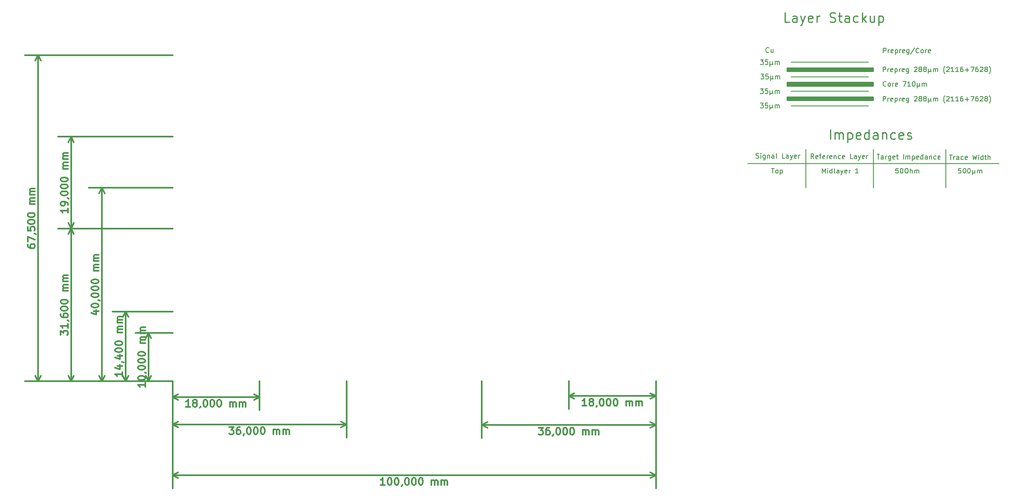
<source format=gbr>
G04 #@! TF.FileFunction,Drawing*
%FSLAX46Y46*%
G04 Gerber Fmt 4.6, Leading zero omitted, Abs format (unit mm)*
G04 Created by KiCad (PCBNEW 4.0.7) date 12/03/17 22:14:14*
%MOMM*%
%LPD*%
G01*
G04 APERTURE LIST*
%ADD10C,0.100000*%
%ADD11C,0.200000*%
%ADD12C,0.150000*%
%ADD13C,0.250000*%
%ADD14C,0.300000*%
%ADD15C,0.254000*%
G04 APERTURE END LIST*
D10*
D11*
X260000000Y-82000000D02*
X260000000Y-90000000D01*
X245000000Y-82000000D02*
X245000000Y-90000000D01*
X231000000Y-82000000D02*
X231000000Y-90000000D01*
X219000000Y-85000000D02*
X271000000Y-85000000D01*
D12*
X263095239Y-85952381D02*
X262619048Y-85952381D01*
X262571429Y-86428571D01*
X262619048Y-86380952D01*
X262714286Y-86333333D01*
X262952382Y-86333333D01*
X263047620Y-86380952D01*
X263095239Y-86428571D01*
X263142858Y-86523810D01*
X263142858Y-86761905D01*
X263095239Y-86857143D01*
X263047620Y-86904762D01*
X262952382Y-86952381D01*
X262714286Y-86952381D01*
X262619048Y-86904762D01*
X262571429Y-86857143D01*
X263761905Y-85952381D02*
X263857144Y-85952381D01*
X263952382Y-86000000D01*
X264000001Y-86047619D01*
X264047620Y-86142857D01*
X264095239Y-86333333D01*
X264095239Y-86571429D01*
X264047620Y-86761905D01*
X264000001Y-86857143D01*
X263952382Y-86904762D01*
X263857144Y-86952381D01*
X263761905Y-86952381D01*
X263666667Y-86904762D01*
X263619048Y-86857143D01*
X263571429Y-86761905D01*
X263523810Y-86571429D01*
X263523810Y-86333333D01*
X263571429Y-86142857D01*
X263619048Y-86047619D01*
X263666667Y-86000000D01*
X263761905Y-85952381D01*
X264714286Y-85952381D02*
X264809525Y-85952381D01*
X264904763Y-86000000D01*
X264952382Y-86047619D01*
X265000001Y-86142857D01*
X265047620Y-86333333D01*
X265047620Y-86571429D01*
X265000001Y-86761905D01*
X264952382Y-86857143D01*
X264904763Y-86904762D01*
X264809525Y-86952381D01*
X264714286Y-86952381D01*
X264619048Y-86904762D01*
X264571429Y-86857143D01*
X264523810Y-86761905D01*
X264476191Y-86571429D01*
X264476191Y-86333333D01*
X264523810Y-86142857D01*
X264571429Y-86047619D01*
X264619048Y-86000000D01*
X264714286Y-85952381D01*
X265476191Y-86285714D02*
X265476191Y-87285714D01*
X265952382Y-86809524D02*
X266000001Y-86904762D01*
X266095239Y-86952381D01*
X265476191Y-86809524D02*
X265523810Y-86904762D01*
X265619048Y-86952381D01*
X265809525Y-86952381D01*
X265904763Y-86904762D01*
X265952382Y-86809524D01*
X265952382Y-86285714D01*
X266523810Y-86952381D02*
X266523810Y-86285714D01*
X266523810Y-86380952D02*
X266571429Y-86333333D01*
X266666667Y-86285714D01*
X266809525Y-86285714D01*
X266904763Y-86333333D01*
X266952382Y-86428571D01*
X266952382Y-86952381D01*
X266952382Y-86428571D02*
X267000001Y-86333333D01*
X267095239Y-86285714D01*
X267238096Y-86285714D01*
X267333334Y-86333333D01*
X267380953Y-86428571D01*
X267380953Y-86952381D01*
X250119048Y-85952381D02*
X249642857Y-85952381D01*
X249595238Y-86428571D01*
X249642857Y-86380952D01*
X249738095Y-86333333D01*
X249976191Y-86333333D01*
X250071429Y-86380952D01*
X250119048Y-86428571D01*
X250166667Y-86523810D01*
X250166667Y-86761905D01*
X250119048Y-86857143D01*
X250071429Y-86904762D01*
X249976191Y-86952381D01*
X249738095Y-86952381D01*
X249642857Y-86904762D01*
X249595238Y-86857143D01*
X250785714Y-85952381D02*
X250880953Y-85952381D01*
X250976191Y-86000000D01*
X251023810Y-86047619D01*
X251071429Y-86142857D01*
X251119048Y-86333333D01*
X251119048Y-86571429D01*
X251071429Y-86761905D01*
X251023810Y-86857143D01*
X250976191Y-86904762D01*
X250880953Y-86952381D01*
X250785714Y-86952381D01*
X250690476Y-86904762D01*
X250642857Y-86857143D01*
X250595238Y-86761905D01*
X250547619Y-86571429D01*
X250547619Y-86333333D01*
X250595238Y-86142857D01*
X250642857Y-86047619D01*
X250690476Y-86000000D01*
X250785714Y-85952381D01*
X251738095Y-85952381D02*
X251928572Y-85952381D01*
X252023810Y-86000000D01*
X252119048Y-86095238D01*
X252166667Y-86285714D01*
X252166667Y-86619048D01*
X252119048Y-86809524D01*
X252023810Y-86904762D01*
X251928572Y-86952381D01*
X251738095Y-86952381D01*
X251642857Y-86904762D01*
X251547619Y-86809524D01*
X251500000Y-86619048D01*
X251500000Y-86285714D01*
X251547619Y-86095238D01*
X251642857Y-86000000D01*
X251738095Y-85952381D01*
X252595238Y-86952381D02*
X252595238Y-85952381D01*
X253023810Y-86952381D02*
X253023810Y-86428571D01*
X252976191Y-86333333D01*
X252880953Y-86285714D01*
X252738095Y-86285714D01*
X252642857Y-86333333D01*
X252595238Y-86380952D01*
X253500000Y-86952381D02*
X253500000Y-86285714D01*
X253500000Y-86380952D02*
X253547619Y-86333333D01*
X253642857Y-86285714D01*
X253785715Y-86285714D01*
X253880953Y-86333333D01*
X253928572Y-86428571D01*
X253928572Y-86952381D01*
X253928572Y-86428571D02*
X253976191Y-86333333D01*
X254071429Y-86285714D01*
X254214286Y-86285714D01*
X254309524Y-86333333D01*
X254357143Y-86428571D01*
X254357143Y-86952381D01*
X234385714Y-86952381D02*
X234385714Y-85952381D01*
X234719048Y-86666667D01*
X235052381Y-85952381D01*
X235052381Y-86952381D01*
X235528571Y-86952381D02*
X235528571Y-86285714D01*
X235528571Y-85952381D02*
X235480952Y-86000000D01*
X235528571Y-86047619D01*
X235576190Y-86000000D01*
X235528571Y-85952381D01*
X235528571Y-86047619D01*
X236433333Y-86952381D02*
X236433333Y-85952381D01*
X236433333Y-86904762D02*
X236338095Y-86952381D01*
X236147618Y-86952381D01*
X236052380Y-86904762D01*
X236004761Y-86857143D01*
X235957142Y-86761905D01*
X235957142Y-86476190D01*
X236004761Y-86380952D01*
X236052380Y-86333333D01*
X236147618Y-86285714D01*
X236338095Y-86285714D01*
X236433333Y-86333333D01*
X237052380Y-86952381D02*
X236957142Y-86904762D01*
X236909523Y-86809524D01*
X236909523Y-85952381D01*
X237861905Y-86952381D02*
X237861905Y-86428571D01*
X237814286Y-86333333D01*
X237719048Y-86285714D01*
X237528571Y-86285714D01*
X237433333Y-86333333D01*
X237861905Y-86904762D02*
X237766667Y-86952381D01*
X237528571Y-86952381D01*
X237433333Y-86904762D01*
X237385714Y-86809524D01*
X237385714Y-86714286D01*
X237433333Y-86619048D01*
X237528571Y-86571429D01*
X237766667Y-86571429D01*
X237861905Y-86523810D01*
X238242857Y-86285714D02*
X238480952Y-86952381D01*
X238719048Y-86285714D02*
X238480952Y-86952381D01*
X238385714Y-87190476D01*
X238338095Y-87238095D01*
X238242857Y-87285714D01*
X239480953Y-86904762D02*
X239385715Y-86952381D01*
X239195238Y-86952381D01*
X239100000Y-86904762D01*
X239052381Y-86809524D01*
X239052381Y-86428571D01*
X239100000Y-86333333D01*
X239195238Y-86285714D01*
X239385715Y-86285714D01*
X239480953Y-86333333D01*
X239528572Y-86428571D01*
X239528572Y-86523810D01*
X239052381Y-86619048D01*
X239957143Y-86952381D02*
X239957143Y-86285714D01*
X239957143Y-86476190D02*
X240004762Y-86380952D01*
X240052381Y-86333333D01*
X240147619Y-86285714D01*
X240242858Y-86285714D01*
X241861906Y-86952381D02*
X241290477Y-86952381D01*
X241576191Y-86952381D02*
X241576191Y-85952381D01*
X241480953Y-86095238D01*
X241385715Y-86190476D01*
X241290477Y-86238095D01*
X223909524Y-85952381D02*
X224480953Y-85952381D01*
X224195238Y-86952381D02*
X224195238Y-85952381D01*
X224957143Y-86952381D02*
X224861905Y-86904762D01*
X224814286Y-86857143D01*
X224766667Y-86761905D01*
X224766667Y-86476190D01*
X224814286Y-86380952D01*
X224861905Y-86333333D01*
X224957143Y-86285714D01*
X225100001Y-86285714D01*
X225195239Y-86333333D01*
X225242858Y-86380952D01*
X225290477Y-86476190D01*
X225290477Y-86761905D01*
X225242858Y-86857143D01*
X225195239Y-86904762D01*
X225100001Y-86952381D01*
X224957143Y-86952381D01*
X225719048Y-86285714D02*
X225719048Y-87285714D01*
X225719048Y-86333333D02*
X225814286Y-86285714D01*
X226004763Y-86285714D01*
X226100001Y-86333333D01*
X226147620Y-86380952D01*
X226195239Y-86476190D01*
X226195239Y-86761905D01*
X226147620Y-86857143D01*
X226100001Y-86904762D01*
X226004763Y-86952381D01*
X225814286Y-86952381D01*
X225719048Y-86904762D01*
X260714285Y-83152381D02*
X261285714Y-83152381D01*
X260999999Y-84152381D02*
X260999999Y-83152381D01*
X261619047Y-84152381D02*
X261619047Y-83485714D01*
X261619047Y-83676190D02*
X261666666Y-83580952D01*
X261714285Y-83533333D01*
X261809523Y-83485714D01*
X261904762Y-83485714D01*
X262666667Y-84152381D02*
X262666667Y-83628571D01*
X262619048Y-83533333D01*
X262523810Y-83485714D01*
X262333333Y-83485714D01*
X262238095Y-83533333D01*
X262666667Y-84104762D02*
X262571429Y-84152381D01*
X262333333Y-84152381D01*
X262238095Y-84104762D01*
X262190476Y-84009524D01*
X262190476Y-83914286D01*
X262238095Y-83819048D01*
X262333333Y-83771429D01*
X262571429Y-83771429D01*
X262666667Y-83723810D01*
X263571429Y-84104762D02*
X263476191Y-84152381D01*
X263285714Y-84152381D01*
X263190476Y-84104762D01*
X263142857Y-84057143D01*
X263095238Y-83961905D01*
X263095238Y-83676190D01*
X263142857Y-83580952D01*
X263190476Y-83533333D01*
X263285714Y-83485714D01*
X263476191Y-83485714D01*
X263571429Y-83533333D01*
X264380953Y-84104762D02*
X264285715Y-84152381D01*
X264095238Y-84152381D01*
X264000000Y-84104762D01*
X263952381Y-84009524D01*
X263952381Y-83628571D01*
X264000000Y-83533333D01*
X264095238Y-83485714D01*
X264285715Y-83485714D01*
X264380953Y-83533333D01*
X264428572Y-83628571D01*
X264428572Y-83723810D01*
X263952381Y-83819048D01*
X265523810Y-83152381D02*
X265761905Y-84152381D01*
X265952382Y-83438095D01*
X266142858Y-84152381D01*
X266380953Y-83152381D01*
X266761905Y-84152381D02*
X266761905Y-83485714D01*
X266761905Y-83152381D02*
X266714286Y-83200000D01*
X266761905Y-83247619D01*
X266809524Y-83200000D01*
X266761905Y-83152381D01*
X266761905Y-83247619D01*
X267666667Y-84152381D02*
X267666667Y-83152381D01*
X267666667Y-84104762D02*
X267571429Y-84152381D01*
X267380952Y-84152381D01*
X267285714Y-84104762D01*
X267238095Y-84057143D01*
X267190476Y-83961905D01*
X267190476Y-83676190D01*
X267238095Y-83580952D01*
X267285714Y-83533333D01*
X267380952Y-83485714D01*
X267571429Y-83485714D01*
X267666667Y-83533333D01*
X268000000Y-83485714D02*
X268380952Y-83485714D01*
X268142857Y-83152381D02*
X268142857Y-84009524D01*
X268190476Y-84104762D01*
X268285714Y-84152381D01*
X268380952Y-84152381D01*
X268714286Y-84152381D02*
X268714286Y-83152381D01*
X269142858Y-84152381D02*
X269142858Y-83628571D01*
X269095239Y-83533333D01*
X269000001Y-83485714D01*
X268857143Y-83485714D01*
X268761905Y-83533333D01*
X268714286Y-83580952D01*
X245704761Y-83052381D02*
X246276190Y-83052381D01*
X245990475Y-84052381D02*
X245990475Y-83052381D01*
X247038095Y-84052381D02*
X247038095Y-83528571D01*
X246990476Y-83433333D01*
X246895238Y-83385714D01*
X246704761Y-83385714D01*
X246609523Y-83433333D01*
X247038095Y-84004762D02*
X246942857Y-84052381D01*
X246704761Y-84052381D01*
X246609523Y-84004762D01*
X246561904Y-83909524D01*
X246561904Y-83814286D01*
X246609523Y-83719048D01*
X246704761Y-83671429D01*
X246942857Y-83671429D01*
X247038095Y-83623810D01*
X247514285Y-84052381D02*
X247514285Y-83385714D01*
X247514285Y-83576190D02*
X247561904Y-83480952D01*
X247609523Y-83433333D01*
X247704761Y-83385714D01*
X247800000Y-83385714D01*
X248561905Y-83385714D02*
X248561905Y-84195238D01*
X248514286Y-84290476D01*
X248466667Y-84338095D01*
X248371428Y-84385714D01*
X248228571Y-84385714D01*
X248133333Y-84338095D01*
X248561905Y-84004762D02*
X248466667Y-84052381D01*
X248276190Y-84052381D01*
X248180952Y-84004762D01*
X248133333Y-83957143D01*
X248085714Y-83861905D01*
X248085714Y-83576190D01*
X248133333Y-83480952D01*
X248180952Y-83433333D01*
X248276190Y-83385714D01*
X248466667Y-83385714D01*
X248561905Y-83433333D01*
X249419048Y-84004762D02*
X249323810Y-84052381D01*
X249133333Y-84052381D01*
X249038095Y-84004762D01*
X248990476Y-83909524D01*
X248990476Y-83528571D01*
X249038095Y-83433333D01*
X249133333Y-83385714D01*
X249323810Y-83385714D01*
X249419048Y-83433333D01*
X249466667Y-83528571D01*
X249466667Y-83623810D01*
X248990476Y-83719048D01*
X249752381Y-83385714D02*
X250133333Y-83385714D01*
X249895238Y-83052381D02*
X249895238Y-83909524D01*
X249942857Y-84004762D01*
X250038095Y-84052381D01*
X250133333Y-84052381D01*
X251228572Y-84052381D02*
X251228572Y-83052381D01*
X251704762Y-84052381D02*
X251704762Y-83385714D01*
X251704762Y-83480952D02*
X251752381Y-83433333D01*
X251847619Y-83385714D01*
X251990477Y-83385714D01*
X252085715Y-83433333D01*
X252133334Y-83528571D01*
X252133334Y-84052381D01*
X252133334Y-83528571D02*
X252180953Y-83433333D01*
X252276191Y-83385714D01*
X252419048Y-83385714D01*
X252514286Y-83433333D01*
X252561905Y-83528571D01*
X252561905Y-84052381D01*
X253038095Y-83385714D02*
X253038095Y-84385714D01*
X253038095Y-83433333D02*
X253133333Y-83385714D01*
X253323810Y-83385714D01*
X253419048Y-83433333D01*
X253466667Y-83480952D01*
X253514286Y-83576190D01*
X253514286Y-83861905D01*
X253466667Y-83957143D01*
X253419048Y-84004762D01*
X253323810Y-84052381D01*
X253133333Y-84052381D01*
X253038095Y-84004762D01*
X254323810Y-84004762D02*
X254228572Y-84052381D01*
X254038095Y-84052381D01*
X253942857Y-84004762D01*
X253895238Y-83909524D01*
X253895238Y-83528571D01*
X253942857Y-83433333D01*
X254038095Y-83385714D01*
X254228572Y-83385714D01*
X254323810Y-83433333D01*
X254371429Y-83528571D01*
X254371429Y-83623810D01*
X253895238Y-83719048D01*
X255228572Y-84052381D02*
X255228572Y-83052381D01*
X255228572Y-84004762D02*
X255133334Y-84052381D01*
X254942857Y-84052381D01*
X254847619Y-84004762D01*
X254800000Y-83957143D01*
X254752381Y-83861905D01*
X254752381Y-83576190D01*
X254800000Y-83480952D01*
X254847619Y-83433333D01*
X254942857Y-83385714D01*
X255133334Y-83385714D01*
X255228572Y-83433333D01*
X256133334Y-84052381D02*
X256133334Y-83528571D01*
X256085715Y-83433333D01*
X255990477Y-83385714D01*
X255800000Y-83385714D01*
X255704762Y-83433333D01*
X256133334Y-84004762D02*
X256038096Y-84052381D01*
X255800000Y-84052381D01*
X255704762Y-84004762D01*
X255657143Y-83909524D01*
X255657143Y-83814286D01*
X255704762Y-83719048D01*
X255800000Y-83671429D01*
X256038096Y-83671429D01*
X256133334Y-83623810D01*
X256609524Y-83385714D02*
X256609524Y-84052381D01*
X256609524Y-83480952D02*
X256657143Y-83433333D01*
X256752381Y-83385714D01*
X256895239Y-83385714D01*
X256990477Y-83433333D01*
X257038096Y-83528571D01*
X257038096Y-84052381D01*
X257942858Y-84004762D02*
X257847620Y-84052381D01*
X257657143Y-84052381D01*
X257561905Y-84004762D01*
X257514286Y-83957143D01*
X257466667Y-83861905D01*
X257466667Y-83576190D01*
X257514286Y-83480952D01*
X257561905Y-83433333D01*
X257657143Y-83385714D01*
X257847620Y-83385714D01*
X257942858Y-83433333D01*
X258752382Y-84004762D02*
X258657144Y-84052381D01*
X258466667Y-84052381D01*
X258371429Y-84004762D01*
X258323810Y-83909524D01*
X258323810Y-83528571D01*
X258371429Y-83433333D01*
X258466667Y-83385714D01*
X258657144Y-83385714D01*
X258752382Y-83433333D01*
X258800001Y-83528571D01*
X258800001Y-83623810D01*
X258323810Y-83719048D01*
X232661904Y-83952381D02*
X232328570Y-83476190D01*
X232090475Y-83952381D02*
X232090475Y-82952381D01*
X232471428Y-82952381D01*
X232566666Y-83000000D01*
X232614285Y-83047619D01*
X232661904Y-83142857D01*
X232661904Y-83285714D01*
X232614285Y-83380952D01*
X232566666Y-83428571D01*
X232471428Y-83476190D01*
X232090475Y-83476190D01*
X233471428Y-83904762D02*
X233376190Y-83952381D01*
X233185713Y-83952381D01*
X233090475Y-83904762D01*
X233042856Y-83809524D01*
X233042856Y-83428571D01*
X233090475Y-83333333D01*
X233185713Y-83285714D01*
X233376190Y-83285714D01*
X233471428Y-83333333D01*
X233519047Y-83428571D01*
X233519047Y-83523810D01*
X233042856Y-83619048D01*
X233804761Y-83285714D02*
X234185713Y-83285714D01*
X233947618Y-83952381D02*
X233947618Y-83095238D01*
X233995237Y-83000000D01*
X234090475Y-82952381D01*
X234185713Y-82952381D01*
X234900000Y-83904762D02*
X234804762Y-83952381D01*
X234614285Y-83952381D01*
X234519047Y-83904762D01*
X234471428Y-83809524D01*
X234471428Y-83428571D01*
X234519047Y-83333333D01*
X234614285Y-83285714D01*
X234804762Y-83285714D01*
X234900000Y-83333333D01*
X234947619Y-83428571D01*
X234947619Y-83523810D01*
X234471428Y-83619048D01*
X235376190Y-83952381D02*
X235376190Y-83285714D01*
X235376190Y-83476190D02*
X235423809Y-83380952D01*
X235471428Y-83333333D01*
X235566666Y-83285714D01*
X235661905Y-83285714D01*
X236376191Y-83904762D02*
X236280953Y-83952381D01*
X236090476Y-83952381D01*
X235995238Y-83904762D01*
X235947619Y-83809524D01*
X235947619Y-83428571D01*
X235995238Y-83333333D01*
X236090476Y-83285714D01*
X236280953Y-83285714D01*
X236376191Y-83333333D01*
X236423810Y-83428571D01*
X236423810Y-83523810D01*
X235947619Y-83619048D01*
X236852381Y-83285714D02*
X236852381Y-83952381D01*
X236852381Y-83380952D02*
X236900000Y-83333333D01*
X236995238Y-83285714D01*
X237138096Y-83285714D01*
X237233334Y-83333333D01*
X237280953Y-83428571D01*
X237280953Y-83952381D01*
X238185715Y-83904762D02*
X238090477Y-83952381D01*
X237900000Y-83952381D01*
X237804762Y-83904762D01*
X237757143Y-83857143D01*
X237709524Y-83761905D01*
X237709524Y-83476190D01*
X237757143Y-83380952D01*
X237804762Y-83333333D01*
X237900000Y-83285714D01*
X238090477Y-83285714D01*
X238185715Y-83333333D01*
X238995239Y-83904762D02*
X238900001Y-83952381D01*
X238709524Y-83952381D01*
X238614286Y-83904762D01*
X238566667Y-83809524D01*
X238566667Y-83428571D01*
X238614286Y-83333333D01*
X238709524Y-83285714D01*
X238900001Y-83285714D01*
X238995239Y-83333333D01*
X239042858Y-83428571D01*
X239042858Y-83523810D01*
X238566667Y-83619048D01*
X240709525Y-83952381D02*
X240233334Y-83952381D01*
X240233334Y-82952381D01*
X241471430Y-83952381D02*
X241471430Y-83428571D01*
X241423811Y-83333333D01*
X241328573Y-83285714D01*
X241138096Y-83285714D01*
X241042858Y-83333333D01*
X241471430Y-83904762D02*
X241376192Y-83952381D01*
X241138096Y-83952381D01*
X241042858Y-83904762D01*
X240995239Y-83809524D01*
X240995239Y-83714286D01*
X241042858Y-83619048D01*
X241138096Y-83571429D01*
X241376192Y-83571429D01*
X241471430Y-83523810D01*
X241852382Y-83285714D02*
X242090477Y-83952381D01*
X242328573Y-83285714D02*
X242090477Y-83952381D01*
X241995239Y-84190476D01*
X241947620Y-84238095D01*
X241852382Y-84285714D01*
X243090478Y-83904762D02*
X242995240Y-83952381D01*
X242804763Y-83952381D01*
X242709525Y-83904762D01*
X242661906Y-83809524D01*
X242661906Y-83428571D01*
X242709525Y-83333333D01*
X242804763Y-83285714D01*
X242995240Y-83285714D01*
X243090478Y-83333333D01*
X243138097Y-83428571D01*
X243138097Y-83523810D01*
X242661906Y-83619048D01*
X243566668Y-83952381D02*
X243566668Y-83285714D01*
X243566668Y-83476190D02*
X243614287Y-83380952D01*
X243661906Y-83333333D01*
X243757144Y-83285714D01*
X243852383Y-83285714D01*
X220699999Y-83804762D02*
X220842856Y-83852381D01*
X221080952Y-83852381D01*
X221176190Y-83804762D01*
X221223809Y-83757143D01*
X221271428Y-83661905D01*
X221271428Y-83566667D01*
X221223809Y-83471429D01*
X221176190Y-83423810D01*
X221080952Y-83376190D01*
X220890475Y-83328571D01*
X220795237Y-83280952D01*
X220747618Y-83233333D01*
X220699999Y-83138095D01*
X220699999Y-83042857D01*
X220747618Y-82947619D01*
X220795237Y-82900000D01*
X220890475Y-82852381D01*
X221128571Y-82852381D01*
X221271428Y-82900000D01*
X221699999Y-83852381D02*
X221699999Y-83185714D01*
X221699999Y-82852381D02*
X221652380Y-82900000D01*
X221699999Y-82947619D01*
X221747618Y-82900000D01*
X221699999Y-82852381D01*
X221699999Y-82947619D01*
X222604761Y-83185714D02*
X222604761Y-83995238D01*
X222557142Y-84090476D01*
X222509523Y-84138095D01*
X222414284Y-84185714D01*
X222271427Y-84185714D01*
X222176189Y-84138095D01*
X222604761Y-83804762D02*
X222509523Y-83852381D01*
X222319046Y-83852381D01*
X222223808Y-83804762D01*
X222176189Y-83757143D01*
X222128570Y-83661905D01*
X222128570Y-83376190D01*
X222176189Y-83280952D01*
X222223808Y-83233333D01*
X222319046Y-83185714D01*
X222509523Y-83185714D01*
X222604761Y-83233333D01*
X223080951Y-83185714D02*
X223080951Y-83852381D01*
X223080951Y-83280952D02*
X223128570Y-83233333D01*
X223223808Y-83185714D01*
X223366666Y-83185714D01*
X223461904Y-83233333D01*
X223509523Y-83328571D01*
X223509523Y-83852381D01*
X224414285Y-83852381D02*
X224414285Y-83328571D01*
X224366666Y-83233333D01*
X224271428Y-83185714D01*
X224080951Y-83185714D01*
X223985713Y-83233333D01*
X224414285Y-83804762D02*
X224319047Y-83852381D01*
X224080951Y-83852381D01*
X223985713Y-83804762D01*
X223938094Y-83709524D01*
X223938094Y-83614286D01*
X223985713Y-83519048D01*
X224080951Y-83471429D01*
X224319047Y-83471429D01*
X224414285Y-83423810D01*
X225033332Y-83852381D02*
X224938094Y-83804762D01*
X224890475Y-83709524D01*
X224890475Y-82852381D01*
X226652381Y-83852381D02*
X226176190Y-83852381D01*
X226176190Y-82852381D01*
X227414286Y-83852381D02*
X227414286Y-83328571D01*
X227366667Y-83233333D01*
X227271429Y-83185714D01*
X227080952Y-83185714D01*
X226985714Y-83233333D01*
X227414286Y-83804762D02*
X227319048Y-83852381D01*
X227080952Y-83852381D01*
X226985714Y-83804762D01*
X226938095Y-83709524D01*
X226938095Y-83614286D01*
X226985714Y-83519048D01*
X227080952Y-83471429D01*
X227319048Y-83471429D01*
X227414286Y-83423810D01*
X227795238Y-83185714D02*
X228033333Y-83852381D01*
X228271429Y-83185714D02*
X228033333Y-83852381D01*
X227938095Y-84090476D01*
X227890476Y-84138095D01*
X227795238Y-84185714D01*
X229033334Y-83804762D02*
X228938096Y-83852381D01*
X228747619Y-83852381D01*
X228652381Y-83804762D01*
X228604762Y-83709524D01*
X228604762Y-83328571D01*
X228652381Y-83233333D01*
X228747619Y-83185714D01*
X228938096Y-83185714D01*
X229033334Y-83233333D01*
X229080953Y-83328571D01*
X229080953Y-83423810D01*
X228604762Y-83519048D01*
X229509524Y-83852381D02*
X229509524Y-83185714D01*
X229509524Y-83376190D02*
X229557143Y-83280952D01*
X229604762Y-83233333D01*
X229700000Y-83185714D01*
X229795239Y-83185714D01*
D13*
X236066665Y-79904762D02*
X236066665Y-77904762D01*
X237019046Y-79904762D02*
X237019046Y-78571429D01*
X237019046Y-78761905D02*
X237114285Y-78666667D01*
X237304761Y-78571429D01*
X237590475Y-78571429D01*
X237780951Y-78666667D01*
X237876189Y-78857143D01*
X237876189Y-79904762D01*
X237876189Y-78857143D02*
X237971427Y-78666667D01*
X238161904Y-78571429D01*
X238447618Y-78571429D01*
X238638094Y-78666667D01*
X238733332Y-78857143D01*
X238733332Y-79904762D01*
X239685713Y-78571429D02*
X239685713Y-80571429D01*
X239685713Y-78666667D02*
X239876190Y-78571429D01*
X240257142Y-78571429D01*
X240447618Y-78666667D01*
X240542856Y-78761905D01*
X240638094Y-78952381D01*
X240638094Y-79523810D01*
X240542856Y-79714286D01*
X240447618Y-79809524D01*
X240257142Y-79904762D01*
X239876190Y-79904762D01*
X239685713Y-79809524D01*
X242257142Y-79809524D02*
X242066666Y-79904762D01*
X241685714Y-79904762D01*
X241495237Y-79809524D01*
X241399999Y-79619048D01*
X241399999Y-78857143D01*
X241495237Y-78666667D01*
X241685714Y-78571429D01*
X242066666Y-78571429D01*
X242257142Y-78666667D01*
X242352380Y-78857143D01*
X242352380Y-79047619D01*
X241399999Y-79238095D01*
X244066666Y-79904762D02*
X244066666Y-77904762D01*
X244066666Y-79809524D02*
X243876190Y-79904762D01*
X243495238Y-79904762D01*
X243304762Y-79809524D01*
X243209523Y-79714286D01*
X243114285Y-79523810D01*
X243114285Y-78952381D01*
X243209523Y-78761905D01*
X243304762Y-78666667D01*
X243495238Y-78571429D01*
X243876190Y-78571429D01*
X244066666Y-78666667D01*
X245876190Y-79904762D02*
X245876190Y-78857143D01*
X245780952Y-78666667D01*
X245590476Y-78571429D01*
X245209524Y-78571429D01*
X245019047Y-78666667D01*
X245876190Y-79809524D02*
X245685714Y-79904762D01*
X245209524Y-79904762D01*
X245019047Y-79809524D01*
X244923809Y-79619048D01*
X244923809Y-79428571D01*
X245019047Y-79238095D01*
X245209524Y-79142857D01*
X245685714Y-79142857D01*
X245876190Y-79047619D01*
X246828571Y-78571429D02*
X246828571Y-79904762D01*
X246828571Y-78761905D02*
X246923810Y-78666667D01*
X247114286Y-78571429D01*
X247400000Y-78571429D01*
X247590476Y-78666667D01*
X247685714Y-78857143D01*
X247685714Y-79904762D01*
X249495238Y-79809524D02*
X249304762Y-79904762D01*
X248923810Y-79904762D01*
X248733334Y-79809524D01*
X248638095Y-79714286D01*
X248542857Y-79523810D01*
X248542857Y-78952381D01*
X248638095Y-78761905D01*
X248733334Y-78666667D01*
X248923810Y-78571429D01*
X249304762Y-78571429D01*
X249495238Y-78666667D01*
X251114286Y-79809524D02*
X250923810Y-79904762D01*
X250542858Y-79904762D01*
X250352381Y-79809524D01*
X250257143Y-79619048D01*
X250257143Y-78857143D01*
X250352381Y-78666667D01*
X250542858Y-78571429D01*
X250923810Y-78571429D01*
X251114286Y-78666667D01*
X251209524Y-78857143D01*
X251209524Y-79047619D01*
X250257143Y-79238095D01*
X251971429Y-79809524D02*
X252161906Y-79904762D01*
X252542858Y-79904762D01*
X252733334Y-79809524D01*
X252828572Y-79619048D01*
X252828572Y-79523810D01*
X252733334Y-79333333D01*
X252542858Y-79238095D01*
X252257144Y-79238095D01*
X252066667Y-79142857D01*
X251971429Y-78952381D01*
X251971429Y-78857143D01*
X252066667Y-78666667D01*
X252257144Y-78571429D01*
X252542858Y-78571429D01*
X252733334Y-78666667D01*
D12*
X246980951Y-72052381D02*
X246980951Y-71052381D01*
X247361904Y-71052381D01*
X247457142Y-71100000D01*
X247504761Y-71147619D01*
X247552380Y-71242857D01*
X247552380Y-71385714D01*
X247504761Y-71480952D01*
X247457142Y-71528571D01*
X247361904Y-71576190D01*
X246980951Y-71576190D01*
X247980951Y-72052381D02*
X247980951Y-71385714D01*
X247980951Y-71576190D02*
X248028570Y-71480952D01*
X248076189Y-71433333D01*
X248171427Y-71385714D01*
X248266666Y-71385714D01*
X248980952Y-72004762D02*
X248885714Y-72052381D01*
X248695237Y-72052381D01*
X248599999Y-72004762D01*
X248552380Y-71909524D01*
X248552380Y-71528571D01*
X248599999Y-71433333D01*
X248695237Y-71385714D01*
X248885714Y-71385714D01*
X248980952Y-71433333D01*
X249028571Y-71528571D01*
X249028571Y-71623810D01*
X248552380Y-71719048D01*
X249457142Y-71385714D02*
X249457142Y-72385714D01*
X249457142Y-71433333D02*
X249552380Y-71385714D01*
X249742857Y-71385714D01*
X249838095Y-71433333D01*
X249885714Y-71480952D01*
X249933333Y-71576190D01*
X249933333Y-71861905D01*
X249885714Y-71957143D01*
X249838095Y-72004762D01*
X249742857Y-72052381D01*
X249552380Y-72052381D01*
X249457142Y-72004762D01*
X250361904Y-72052381D02*
X250361904Y-71385714D01*
X250361904Y-71576190D02*
X250409523Y-71480952D01*
X250457142Y-71433333D01*
X250552380Y-71385714D01*
X250647619Y-71385714D01*
X251361905Y-72004762D02*
X251266667Y-72052381D01*
X251076190Y-72052381D01*
X250980952Y-72004762D01*
X250933333Y-71909524D01*
X250933333Y-71528571D01*
X250980952Y-71433333D01*
X251076190Y-71385714D01*
X251266667Y-71385714D01*
X251361905Y-71433333D01*
X251409524Y-71528571D01*
X251409524Y-71623810D01*
X250933333Y-71719048D01*
X252266667Y-71385714D02*
X252266667Y-72195238D01*
X252219048Y-72290476D01*
X252171429Y-72338095D01*
X252076190Y-72385714D01*
X251933333Y-72385714D01*
X251838095Y-72338095D01*
X252266667Y-72004762D02*
X252171429Y-72052381D01*
X251980952Y-72052381D01*
X251885714Y-72004762D01*
X251838095Y-71957143D01*
X251790476Y-71861905D01*
X251790476Y-71576190D01*
X251838095Y-71480952D01*
X251885714Y-71433333D01*
X251980952Y-71385714D01*
X252171429Y-71385714D01*
X252266667Y-71433333D01*
X253457143Y-71147619D02*
X253504762Y-71100000D01*
X253600000Y-71052381D01*
X253838096Y-71052381D01*
X253933334Y-71100000D01*
X253980953Y-71147619D01*
X254028572Y-71242857D01*
X254028572Y-71338095D01*
X253980953Y-71480952D01*
X253409524Y-72052381D01*
X254028572Y-72052381D01*
X254600000Y-71480952D02*
X254504762Y-71433333D01*
X254457143Y-71385714D01*
X254409524Y-71290476D01*
X254409524Y-71242857D01*
X254457143Y-71147619D01*
X254504762Y-71100000D01*
X254600000Y-71052381D01*
X254790477Y-71052381D01*
X254885715Y-71100000D01*
X254933334Y-71147619D01*
X254980953Y-71242857D01*
X254980953Y-71290476D01*
X254933334Y-71385714D01*
X254885715Y-71433333D01*
X254790477Y-71480952D01*
X254600000Y-71480952D01*
X254504762Y-71528571D01*
X254457143Y-71576190D01*
X254409524Y-71671429D01*
X254409524Y-71861905D01*
X254457143Y-71957143D01*
X254504762Y-72004762D01*
X254600000Y-72052381D01*
X254790477Y-72052381D01*
X254885715Y-72004762D01*
X254933334Y-71957143D01*
X254980953Y-71861905D01*
X254980953Y-71671429D01*
X254933334Y-71576190D01*
X254885715Y-71528571D01*
X254790477Y-71480952D01*
X255552381Y-71480952D02*
X255457143Y-71433333D01*
X255409524Y-71385714D01*
X255361905Y-71290476D01*
X255361905Y-71242857D01*
X255409524Y-71147619D01*
X255457143Y-71100000D01*
X255552381Y-71052381D01*
X255742858Y-71052381D01*
X255838096Y-71100000D01*
X255885715Y-71147619D01*
X255933334Y-71242857D01*
X255933334Y-71290476D01*
X255885715Y-71385714D01*
X255838096Y-71433333D01*
X255742858Y-71480952D01*
X255552381Y-71480952D01*
X255457143Y-71528571D01*
X255409524Y-71576190D01*
X255361905Y-71671429D01*
X255361905Y-71861905D01*
X255409524Y-71957143D01*
X255457143Y-72004762D01*
X255552381Y-72052381D01*
X255742858Y-72052381D01*
X255838096Y-72004762D01*
X255885715Y-71957143D01*
X255933334Y-71861905D01*
X255933334Y-71671429D01*
X255885715Y-71576190D01*
X255838096Y-71528571D01*
X255742858Y-71480952D01*
X256361905Y-71385714D02*
X256361905Y-72385714D01*
X256838096Y-71909524D02*
X256885715Y-72004762D01*
X256980953Y-72052381D01*
X256361905Y-71909524D02*
X256409524Y-72004762D01*
X256504762Y-72052381D01*
X256695239Y-72052381D01*
X256790477Y-72004762D01*
X256838096Y-71909524D01*
X256838096Y-71385714D01*
X257409524Y-72052381D02*
X257409524Y-71385714D01*
X257409524Y-71480952D02*
X257457143Y-71433333D01*
X257552381Y-71385714D01*
X257695239Y-71385714D01*
X257790477Y-71433333D01*
X257838096Y-71528571D01*
X257838096Y-72052381D01*
X257838096Y-71528571D02*
X257885715Y-71433333D01*
X257980953Y-71385714D01*
X258123810Y-71385714D01*
X258219048Y-71433333D01*
X258266667Y-71528571D01*
X258266667Y-72052381D01*
X259790477Y-72433333D02*
X259742857Y-72385714D01*
X259647619Y-72242857D01*
X259600000Y-72147619D01*
X259552381Y-72004762D01*
X259504762Y-71766667D01*
X259504762Y-71576190D01*
X259552381Y-71338095D01*
X259600000Y-71195238D01*
X259647619Y-71100000D01*
X259742857Y-70957143D01*
X259790477Y-70909524D01*
X260123810Y-71147619D02*
X260171429Y-71100000D01*
X260266667Y-71052381D01*
X260504763Y-71052381D01*
X260600001Y-71100000D01*
X260647620Y-71147619D01*
X260695239Y-71242857D01*
X260695239Y-71338095D01*
X260647620Y-71480952D01*
X260076191Y-72052381D01*
X260695239Y-72052381D01*
X261647620Y-72052381D02*
X261076191Y-72052381D01*
X261361905Y-72052381D02*
X261361905Y-71052381D01*
X261266667Y-71195238D01*
X261171429Y-71290476D01*
X261076191Y-71338095D01*
X262600001Y-72052381D02*
X262028572Y-72052381D01*
X262314286Y-72052381D02*
X262314286Y-71052381D01*
X262219048Y-71195238D01*
X262123810Y-71290476D01*
X262028572Y-71338095D01*
X263457144Y-71052381D02*
X263266667Y-71052381D01*
X263171429Y-71100000D01*
X263123810Y-71147619D01*
X263028572Y-71290476D01*
X262980953Y-71480952D01*
X262980953Y-71861905D01*
X263028572Y-71957143D01*
X263076191Y-72004762D01*
X263171429Y-72052381D01*
X263361906Y-72052381D01*
X263457144Y-72004762D01*
X263504763Y-71957143D01*
X263552382Y-71861905D01*
X263552382Y-71623810D01*
X263504763Y-71528571D01*
X263457144Y-71480952D01*
X263361906Y-71433333D01*
X263171429Y-71433333D01*
X263076191Y-71480952D01*
X263028572Y-71528571D01*
X262980953Y-71623810D01*
X263980953Y-71671429D02*
X264742858Y-71671429D01*
X264361906Y-72052381D02*
X264361906Y-71290476D01*
X265123810Y-71052381D02*
X265790477Y-71052381D01*
X265361905Y-72052381D01*
X266600001Y-71052381D02*
X266409524Y-71052381D01*
X266314286Y-71100000D01*
X266266667Y-71147619D01*
X266171429Y-71290476D01*
X266123810Y-71480952D01*
X266123810Y-71861905D01*
X266171429Y-71957143D01*
X266219048Y-72004762D01*
X266314286Y-72052381D01*
X266504763Y-72052381D01*
X266600001Y-72004762D01*
X266647620Y-71957143D01*
X266695239Y-71861905D01*
X266695239Y-71623810D01*
X266647620Y-71528571D01*
X266600001Y-71480952D01*
X266504763Y-71433333D01*
X266314286Y-71433333D01*
X266219048Y-71480952D01*
X266171429Y-71528571D01*
X266123810Y-71623810D01*
X267076191Y-71147619D02*
X267123810Y-71100000D01*
X267219048Y-71052381D01*
X267457144Y-71052381D01*
X267552382Y-71100000D01*
X267600001Y-71147619D01*
X267647620Y-71242857D01*
X267647620Y-71338095D01*
X267600001Y-71480952D01*
X267028572Y-72052381D01*
X267647620Y-72052381D01*
X268219048Y-71480952D02*
X268123810Y-71433333D01*
X268076191Y-71385714D01*
X268028572Y-71290476D01*
X268028572Y-71242857D01*
X268076191Y-71147619D01*
X268123810Y-71100000D01*
X268219048Y-71052381D01*
X268409525Y-71052381D01*
X268504763Y-71100000D01*
X268552382Y-71147619D01*
X268600001Y-71242857D01*
X268600001Y-71290476D01*
X268552382Y-71385714D01*
X268504763Y-71433333D01*
X268409525Y-71480952D01*
X268219048Y-71480952D01*
X268123810Y-71528571D01*
X268076191Y-71576190D01*
X268028572Y-71671429D01*
X268028572Y-71861905D01*
X268076191Y-71957143D01*
X268123810Y-72004762D01*
X268219048Y-72052381D01*
X268409525Y-72052381D01*
X268504763Y-72004762D01*
X268552382Y-71957143D01*
X268600001Y-71861905D01*
X268600001Y-71671429D01*
X268552382Y-71576190D01*
X268504763Y-71528571D01*
X268409525Y-71480952D01*
X268933334Y-72433333D02*
X268980953Y-72385714D01*
X269076191Y-72242857D01*
X269123810Y-72147619D01*
X269171429Y-72004762D01*
X269219048Y-71766667D01*
X269219048Y-71576190D01*
X269171429Y-71338095D01*
X269123810Y-71195238D01*
X269076191Y-71100000D01*
X268980953Y-70957143D01*
X268933334Y-70909524D01*
D13*
X227609522Y-55704762D02*
X226657141Y-55704762D01*
X226657141Y-53704762D01*
X229133332Y-55704762D02*
X229133332Y-54657143D01*
X229038094Y-54466667D01*
X228847618Y-54371429D01*
X228466666Y-54371429D01*
X228276189Y-54466667D01*
X229133332Y-55609524D02*
X228942856Y-55704762D01*
X228466666Y-55704762D01*
X228276189Y-55609524D01*
X228180951Y-55419048D01*
X228180951Y-55228571D01*
X228276189Y-55038095D01*
X228466666Y-54942857D01*
X228942856Y-54942857D01*
X229133332Y-54847619D01*
X229895237Y-54371429D02*
X230371428Y-55704762D01*
X230847618Y-54371429D02*
X230371428Y-55704762D01*
X230180952Y-56180952D01*
X230085713Y-56276190D01*
X229895237Y-56371429D01*
X232371428Y-55609524D02*
X232180952Y-55704762D01*
X231800000Y-55704762D01*
X231609523Y-55609524D01*
X231514285Y-55419048D01*
X231514285Y-54657143D01*
X231609523Y-54466667D01*
X231800000Y-54371429D01*
X232180952Y-54371429D01*
X232371428Y-54466667D01*
X232466666Y-54657143D01*
X232466666Y-54847619D01*
X231514285Y-55038095D01*
X233323809Y-55704762D02*
X233323809Y-54371429D01*
X233323809Y-54752381D02*
X233419048Y-54561905D01*
X233514286Y-54466667D01*
X233704762Y-54371429D01*
X233895238Y-54371429D01*
X235990476Y-55609524D02*
X236276191Y-55704762D01*
X236752381Y-55704762D01*
X236942857Y-55609524D01*
X237038095Y-55514286D01*
X237133334Y-55323810D01*
X237133334Y-55133333D01*
X237038095Y-54942857D01*
X236942857Y-54847619D01*
X236752381Y-54752381D01*
X236371429Y-54657143D01*
X236180953Y-54561905D01*
X236085714Y-54466667D01*
X235990476Y-54276190D01*
X235990476Y-54085714D01*
X236085714Y-53895238D01*
X236180953Y-53800000D01*
X236371429Y-53704762D01*
X236847619Y-53704762D01*
X237133334Y-53800000D01*
X237704762Y-54371429D02*
X238466667Y-54371429D01*
X237990476Y-53704762D02*
X237990476Y-55419048D01*
X238085715Y-55609524D01*
X238276191Y-55704762D01*
X238466667Y-55704762D01*
X239990476Y-55704762D02*
X239990476Y-54657143D01*
X239895238Y-54466667D01*
X239704762Y-54371429D01*
X239323810Y-54371429D01*
X239133333Y-54466667D01*
X239990476Y-55609524D02*
X239800000Y-55704762D01*
X239323810Y-55704762D01*
X239133333Y-55609524D01*
X239038095Y-55419048D01*
X239038095Y-55228571D01*
X239133333Y-55038095D01*
X239323810Y-54942857D01*
X239800000Y-54942857D01*
X239990476Y-54847619D01*
X241800000Y-55609524D02*
X241609524Y-55704762D01*
X241228572Y-55704762D01*
X241038096Y-55609524D01*
X240942857Y-55514286D01*
X240847619Y-55323810D01*
X240847619Y-54752381D01*
X240942857Y-54561905D01*
X241038096Y-54466667D01*
X241228572Y-54371429D01*
X241609524Y-54371429D01*
X241800000Y-54466667D01*
X242657143Y-55704762D02*
X242657143Y-53704762D01*
X242847620Y-54942857D02*
X243419048Y-55704762D01*
X243419048Y-54371429D02*
X242657143Y-55133333D01*
X245133334Y-54371429D02*
X245133334Y-55704762D01*
X244276191Y-54371429D02*
X244276191Y-55419048D01*
X244371430Y-55609524D01*
X244561906Y-55704762D01*
X244847620Y-55704762D01*
X245038096Y-55609524D01*
X245133334Y-55514286D01*
X246085715Y-54371429D02*
X246085715Y-56371429D01*
X246085715Y-54466667D02*
X246276192Y-54371429D01*
X246657144Y-54371429D01*
X246847620Y-54466667D01*
X246942858Y-54561905D01*
X247038096Y-54752381D01*
X247038096Y-55323810D01*
X246942858Y-55514286D01*
X246847620Y-55609524D01*
X246657144Y-55704762D01*
X246276192Y-55704762D01*
X246085715Y-55609524D01*
D12*
X247042856Y-62052381D02*
X247042856Y-61052381D01*
X247423809Y-61052381D01*
X247519047Y-61100000D01*
X247566666Y-61147619D01*
X247614285Y-61242857D01*
X247614285Y-61385714D01*
X247566666Y-61480952D01*
X247519047Y-61528571D01*
X247423809Y-61576190D01*
X247042856Y-61576190D01*
X248042856Y-62052381D02*
X248042856Y-61385714D01*
X248042856Y-61576190D02*
X248090475Y-61480952D01*
X248138094Y-61433333D01*
X248233332Y-61385714D01*
X248328571Y-61385714D01*
X249042857Y-62004762D02*
X248947619Y-62052381D01*
X248757142Y-62052381D01*
X248661904Y-62004762D01*
X248614285Y-61909524D01*
X248614285Y-61528571D01*
X248661904Y-61433333D01*
X248757142Y-61385714D01*
X248947619Y-61385714D01*
X249042857Y-61433333D01*
X249090476Y-61528571D01*
X249090476Y-61623810D01*
X248614285Y-61719048D01*
X249519047Y-61385714D02*
X249519047Y-62385714D01*
X249519047Y-61433333D02*
X249614285Y-61385714D01*
X249804762Y-61385714D01*
X249900000Y-61433333D01*
X249947619Y-61480952D01*
X249995238Y-61576190D01*
X249995238Y-61861905D01*
X249947619Y-61957143D01*
X249900000Y-62004762D01*
X249804762Y-62052381D01*
X249614285Y-62052381D01*
X249519047Y-62004762D01*
X250423809Y-62052381D02*
X250423809Y-61385714D01*
X250423809Y-61576190D02*
X250471428Y-61480952D01*
X250519047Y-61433333D01*
X250614285Y-61385714D01*
X250709524Y-61385714D01*
X251423810Y-62004762D02*
X251328572Y-62052381D01*
X251138095Y-62052381D01*
X251042857Y-62004762D01*
X250995238Y-61909524D01*
X250995238Y-61528571D01*
X251042857Y-61433333D01*
X251138095Y-61385714D01*
X251328572Y-61385714D01*
X251423810Y-61433333D01*
X251471429Y-61528571D01*
X251471429Y-61623810D01*
X250995238Y-61719048D01*
X252328572Y-61385714D02*
X252328572Y-62195238D01*
X252280953Y-62290476D01*
X252233334Y-62338095D01*
X252138095Y-62385714D01*
X251995238Y-62385714D01*
X251900000Y-62338095D01*
X252328572Y-62004762D02*
X252233334Y-62052381D01*
X252042857Y-62052381D01*
X251947619Y-62004762D01*
X251900000Y-61957143D01*
X251852381Y-61861905D01*
X251852381Y-61576190D01*
X251900000Y-61480952D01*
X251947619Y-61433333D01*
X252042857Y-61385714D01*
X252233334Y-61385714D01*
X252328572Y-61433333D01*
X253519048Y-61004762D02*
X252661905Y-62290476D01*
X254423810Y-61957143D02*
X254376191Y-62004762D01*
X254233334Y-62052381D01*
X254138096Y-62052381D01*
X253995238Y-62004762D01*
X253900000Y-61909524D01*
X253852381Y-61814286D01*
X253804762Y-61623810D01*
X253804762Y-61480952D01*
X253852381Y-61290476D01*
X253900000Y-61195238D01*
X253995238Y-61100000D01*
X254138096Y-61052381D01*
X254233334Y-61052381D01*
X254376191Y-61100000D01*
X254423810Y-61147619D01*
X254995238Y-62052381D02*
X254900000Y-62004762D01*
X254852381Y-61957143D01*
X254804762Y-61861905D01*
X254804762Y-61576190D01*
X254852381Y-61480952D01*
X254900000Y-61433333D01*
X254995238Y-61385714D01*
X255138096Y-61385714D01*
X255233334Y-61433333D01*
X255280953Y-61480952D01*
X255328572Y-61576190D01*
X255328572Y-61861905D01*
X255280953Y-61957143D01*
X255233334Y-62004762D01*
X255138096Y-62052381D01*
X254995238Y-62052381D01*
X255757143Y-62052381D02*
X255757143Y-61385714D01*
X255757143Y-61576190D02*
X255804762Y-61480952D01*
X255852381Y-61433333D01*
X255947619Y-61385714D01*
X256042858Y-61385714D01*
X256757144Y-62004762D02*
X256661906Y-62052381D01*
X256471429Y-62052381D01*
X256376191Y-62004762D01*
X256328572Y-61909524D01*
X256328572Y-61528571D01*
X256376191Y-61433333D01*
X256471429Y-61385714D01*
X256661906Y-61385714D01*
X256757144Y-61433333D01*
X256804763Y-61528571D01*
X256804763Y-61623810D01*
X256328572Y-61719048D01*
X223357143Y-61857143D02*
X223309524Y-61904762D01*
X223166667Y-61952381D01*
X223071429Y-61952381D01*
X222928571Y-61904762D01*
X222833333Y-61809524D01*
X222785714Y-61714286D01*
X222738095Y-61523810D01*
X222738095Y-61380952D01*
X222785714Y-61190476D01*
X222833333Y-61095238D01*
X222928571Y-61000000D01*
X223071429Y-60952381D01*
X223166667Y-60952381D01*
X223309524Y-61000000D01*
X223357143Y-61047619D01*
X224214286Y-61285714D02*
X224214286Y-61952381D01*
X223785714Y-61285714D02*
X223785714Y-61809524D01*
X223833333Y-61904762D01*
X223928571Y-61952381D01*
X224071429Y-61952381D01*
X224166667Y-61904762D01*
X224214286Y-61857143D01*
X247619048Y-68857143D02*
X247571429Y-68904762D01*
X247428572Y-68952381D01*
X247333334Y-68952381D01*
X247190476Y-68904762D01*
X247095238Y-68809524D01*
X247047619Y-68714286D01*
X247000000Y-68523810D01*
X247000000Y-68380952D01*
X247047619Y-68190476D01*
X247095238Y-68095238D01*
X247190476Y-68000000D01*
X247333334Y-67952381D01*
X247428572Y-67952381D01*
X247571429Y-68000000D01*
X247619048Y-68047619D01*
X248190476Y-68952381D02*
X248095238Y-68904762D01*
X248047619Y-68857143D01*
X248000000Y-68761905D01*
X248000000Y-68476190D01*
X248047619Y-68380952D01*
X248095238Y-68333333D01*
X248190476Y-68285714D01*
X248333334Y-68285714D01*
X248428572Y-68333333D01*
X248476191Y-68380952D01*
X248523810Y-68476190D01*
X248523810Y-68761905D01*
X248476191Y-68857143D01*
X248428572Y-68904762D01*
X248333334Y-68952381D01*
X248190476Y-68952381D01*
X248952381Y-68952381D02*
X248952381Y-68285714D01*
X248952381Y-68476190D02*
X249000000Y-68380952D01*
X249047619Y-68333333D01*
X249142857Y-68285714D01*
X249238096Y-68285714D01*
X249952382Y-68904762D02*
X249857144Y-68952381D01*
X249666667Y-68952381D01*
X249571429Y-68904762D01*
X249523810Y-68809524D01*
X249523810Y-68428571D01*
X249571429Y-68333333D01*
X249666667Y-68285714D01*
X249857144Y-68285714D01*
X249952382Y-68333333D01*
X250000001Y-68428571D01*
X250000001Y-68523810D01*
X249523810Y-68619048D01*
X251095239Y-67952381D02*
X251761906Y-67952381D01*
X251333334Y-68952381D01*
X252666668Y-68952381D02*
X252095239Y-68952381D01*
X252380953Y-68952381D02*
X252380953Y-67952381D01*
X252285715Y-68095238D01*
X252190477Y-68190476D01*
X252095239Y-68238095D01*
X253285715Y-67952381D02*
X253380954Y-67952381D01*
X253476192Y-68000000D01*
X253523811Y-68047619D01*
X253571430Y-68142857D01*
X253619049Y-68333333D01*
X253619049Y-68571429D01*
X253571430Y-68761905D01*
X253523811Y-68857143D01*
X253476192Y-68904762D01*
X253380954Y-68952381D01*
X253285715Y-68952381D01*
X253190477Y-68904762D01*
X253142858Y-68857143D01*
X253095239Y-68761905D01*
X253047620Y-68571429D01*
X253047620Y-68333333D01*
X253095239Y-68142857D01*
X253142858Y-68047619D01*
X253190477Y-68000000D01*
X253285715Y-67952381D01*
X254047620Y-68285714D02*
X254047620Y-69285714D01*
X254523811Y-68809524D02*
X254571430Y-68904762D01*
X254666668Y-68952381D01*
X254047620Y-68809524D02*
X254095239Y-68904762D01*
X254190477Y-68952381D01*
X254380954Y-68952381D01*
X254476192Y-68904762D01*
X254523811Y-68809524D01*
X254523811Y-68285714D01*
X255095239Y-68952381D02*
X255095239Y-68285714D01*
X255095239Y-68380952D02*
X255142858Y-68333333D01*
X255238096Y-68285714D01*
X255380954Y-68285714D01*
X255476192Y-68333333D01*
X255523811Y-68428571D01*
X255523811Y-68952381D01*
X255523811Y-68428571D02*
X255571430Y-68333333D01*
X255666668Y-68285714D01*
X255809525Y-68285714D01*
X255904763Y-68333333D01*
X255952382Y-68428571D01*
X255952382Y-68952381D01*
X246980951Y-65952381D02*
X246980951Y-64952381D01*
X247361904Y-64952381D01*
X247457142Y-65000000D01*
X247504761Y-65047619D01*
X247552380Y-65142857D01*
X247552380Y-65285714D01*
X247504761Y-65380952D01*
X247457142Y-65428571D01*
X247361904Y-65476190D01*
X246980951Y-65476190D01*
X247980951Y-65952381D02*
X247980951Y-65285714D01*
X247980951Y-65476190D02*
X248028570Y-65380952D01*
X248076189Y-65333333D01*
X248171427Y-65285714D01*
X248266666Y-65285714D01*
X248980952Y-65904762D02*
X248885714Y-65952381D01*
X248695237Y-65952381D01*
X248599999Y-65904762D01*
X248552380Y-65809524D01*
X248552380Y-65428571D01*
X248599999Y-65333333D01*
X248695237Y-65285714D01*
X248885714Y-65285714D01*
X248980952Y-65333333D01*
X249028571Y-65428571D01*
X249028571Y-65523810D01*
X248552380Y-65619048D01*
X249457142Y-65285714D02*
X249457142Y-66285714D01*
X249457142Y-65333333D02*
X249552380Y-65285714D01*
X249742857Y-65285714D01*
X249838095Y-65333333D01*
X249885714Y-65380952D01*
X249933333Y-65476190D01*
X249933333Y-65761905D01*
X249885714Y-65857143D01*
X249838095Y-65904762D01*
X249742857Y-65952381D01*
X249552380Y-65952381D01*
X249457142Y-65904762D01*
X250361904Y-65952381D02*
X250361904Y-65285714D01*
X250361904Y-65476190D02*
X250409523Y-65380952D01*
X250457142Y-65333333D01*
X250552380Y-65285714D01*
X250647619Y-65285714D01*
X251361905Y-65904762D02*
X251266667Y-65952381D01*
X251076190Y-65952381D01*
X250980952Y-65904762D01*
X250933333Y-65809524D01*
X250933333Y-65428571D01*
X250980952Y-65333333D01*
X251076190Y-65285714D01*
X251266667Y-65285714D01*
X251361905Y-65333333D01*
X251409524Y-65428571D01*
X251409524Y-65523810D01*
X250933333Y-65619048D01*
X252266667Y-65285714D02*
X252266667Y-66095238D01*
X252219048Y-66190476D01*
X252171429Y-66238095D01*
X252076190Y-66285714D01*
X251933333Y-66285714D01*
X251838095Y-66238095D01*
X252266667Y-65904762D02*
X252171429Y-65952381D01*
X251980952Y-65952381D01*
X251885714Y-65904762D01*
X251838095Y-65857143D01*
X251790476Y-65761905D01*
X251790476Y-65476190D01*
X251838095Y-65380952D01*
X251885714Y-65333333D01*
X251980952Y-65285714D01*
X252171429Y-65285714D01*
X252266667Y-65333333D01*
X253457143Y-65047619D02*
X253504762Y-65000000D01*
X253600000Y-64952381D01*
X253838096Y-64952381D01*
X253933334Y-65000000D01*
X253980953Y-65047619D01*
X254028572Y-65142857D01*
X254028572Y-65238095D01*
X253980953Y-65380952D01*
X253409524Y-65952381D01*
X254028572Y-65952381D01*
X254600000Y-65380952D02*
X254504762Y-65333333D01*
X254457143Y-65285714D01*
X254409524Y-65190476D01*
X254409524Y-65142857D01*
X254457143Y-65047619D01*
X254504762Y-65000000D01*
X254600000Y-64952381D01*
X254790477Y-64952381D01*
X254885715Y-65000000D01*
X254933334Y-65047619D01*
X254980953Y-65142857D01*
X254980953Y-65190476D01*
X254933334Y-65285714D01*
X254885715Y-65333333D01*
X254790477Y-65380952D01*
X254600000Y-65380952D01*
X254504762Y-65428571D01*
X254457143Y-65476190D01*
X254409524Y-65571429D01*
X254409524Y-65761905D01*
X254457143Y-65857143D01*
X254504762Y-65904762D01*
X254600000Y-65952381D01*
X254790477Y-65952381D01*
X254885715Y-65904762D01*
X254933334Y-65857143D01*
X254980953Y-65761905D01*
X254980953Y-65571429D01*
X254933334Y-65476190D01*
X254885715Y-65428571D01*
X254790477Y-65380952D01*
X255552381Y-65380952D02*
X255457143Y-65333333D01*
X255409524Y-65285714D01*
X255361905Y-65190476D01*
X255361905Y-65142857D01*
X255409524Y-65047619D01*
X255457143Y-65000000D01*
X255552381Y-64952381D01*
X255742858Y-64952381D01*
X255838096Y-65000000D01*
X255885715Y-65047619D01*
X255933334Y-65142857D01*
X255933334Y-65190476D01*
X255885715Y-65285714D01*
X255838096Y-65333333D01*
X255742858Y-65380952D01*
X255552381Y-65380952D01*
X255457143Y-65428571D01*
X255409524Y-65476190D01*
X255361905Y-65571429D01*
X255361905Y-65761905D01*
X255409524Y-65857143D01*
X255457143Y-65904762D01*
X255552381Y-65952381D01*
X255742858Y-65952381D01*
X255838096Y-65904762D01*
X255885715Y-65857143D01*
X255933334Y-65761905D01*
X255933334Y-65571429D01*
X255885715Y-65476190D01*
X255838096Y-65428571D01*
X255742858Y-65380952D01*
X256361905Y-65285714D02*
X256361905Y-66285714D01*
X256838096Y-65809524D02*
X256885715Y-65904762D01*
X256980953Y-65952381D01*
X256361905Y-65809524D02*
X256409524Y-65904762D01*
X256504762Y-65952381D01*
X256695239Y-65952381D01*
X256790477Y-65904762D01*
X256838096Y-65809524D01*
X256838096Y-65285714D01*
X257409524Y-65952381D02*
X257409524Y-65285714D01*
X257409524Y-65380952D02*
X257457143Y-65333333D01*
X257552381Y-65285714D01*
X257695239Y-65285714D01*
X257790477Y-65333333D01*
X257838096Y-65428571D01*
X257838096Y-65952381D01*
X257838096Y-65428571D02*
X257885715Y-65333333D01*
X257980953Y-65285714D01*
X258123810Y-65285714D01*
X258219048Y-65333333D01*
X258266667Y-65428571D01*
X258266667Y-65952381D01*
X259790477Y-66333333D02*
X259742857Y-66285714D01*
X259647619Y-66142857D01*
X259600000Y-66047619D01*
X259552381Y-65904762D01*
X259504762Y-65666667D01*
X259504762Y-65476190D01*
X259552381Y-65238095D01*
X259600000Y-65095238D01*
X259647619Y-65000000D01*
X259742857Y-64857143D01*
X259790477Y-64809524D01*
X260123810Y-65047619D02*
X260171429Y-65000000D01*
X260266667Y-64952381D01*
X260504763Y-64952381D01*
X260600001Y-65000000D01*
X260647620Y-65047619D01*
X260695239Y-65142857D01*
X260695239Y-65238095D01*
X260647620Y-65380952D01*
X260076191Y-65952381D01*
X260695239Y-65952381D01*
X261647620Y-65952381D02*
X261076191Y-65952381D01*
X261361905Y-65952381D02*
X261361905Y-64952381D01*
X261266667Y-65095238D01*
X261171429Y-65190476D01*
X261076191Y-65238095D01*
X262600001Y-65952381D02*
X262028572Y-65952381D01*
X262314286Y-65952381D02*
X262314286Y-64952381D01*
X262219048Y-65095238D01*
X262123810Y-65190476D01*
X262028572Y-65238095D01*
X263457144Y-64952381D02*
X263266667Y-64952381D01*
X263171429Y-65000000D01*
X263123810Y-65047619D01*
X263028572Y-65190476D01*
X262980953Y-65380952D01*
X262980953Y-65761905D01*
X263028572Y-65857143D01*
X263076191Y-65904762D01*
X263171429Y-65952381D01*
X263361906Y-65952381D01*
X263457144Y-65904762D01*
X263504763Y-65857143D01*
X263552382Y-65761905D01*
X263552382Y-65523810D01*
X263504763Y-65428571D01*
X263457144Y-65380952D01*
X263361906Y-65333333D01*
X263171429Y-65333333D01*
X263076191Y-65380952D01*
X263028572Y-65428571D01*
X262980953Y-65523810D01*
X263980953Y-65571429D02*
X264742858Y-65571429D01*
X264361906Y-65952381D02*
X264361906Y-65190476D01*
X265123810Y-64952381D02*
X265790477Y-64952381D01*
X265361905Y-65952381D01*
X266600001Y-64952381D02*
X266409524Y-64952381D01*
X266314286Y-65000000D01*
X266266667Y-65047619D01*
X266171429Y-65190476D01*
X266123810Y-65380952D01*
X266123810Y-65761905D01*
X266171429Y-65857143D01*
X266219048Y-65904762D01*
X266314286Y-65952381D01*
X266504763Y-65952381D01*
X266600001Y-65904762D01*
X266647620Y-65857143D01*
X266695239Y-65761905D01*
X266695239Y-65523810D01*
X266647620Y-65428571D01*
X266600001Y-65380952D01*
X266504763Y-65333333D01*
X266314286Y-65333333D01*
X266219048Y-65380952D01*
X266171429Y-65428571D01*
X266123810Y-65523810D01*
X267076191Y-65047619D02*
X267123810Y-65000000D01*
X267219048Y-64952381D01*
X267457144Y-64952381D01*
X267552382Y-65000000D01*
X267600001Y-65047619D01*
X267647620Y-65142857D01*
X267647620Y-65238095D01*
X267600001Y-65380952D01*
X267028572Y-65952381D01*
X267647620Y-65952381D01*
X268219048Y-65380952D02*
X268123810Y-65333333D01*
X268076191Y-65285714D01*
X268028572Y-65190476D01*
X268028572Y-65142857D01*
X268076191Y-65047619D01*
X268123810Y-65000000D01*
X268219048Y-64952381D01*
X268409525Y-64952381D01*
X268504763Y-65000000D01*
X268552382Y-65047619D01*
X268600001Y-65142857D01*
X268600001Y-65190476D01*
X268552382Y-65285714D01*
X268504763Y-65333333D01*
X268409525Y-65380952D01*
X268219048Y-65380952D01*
X268123810Y-65428571D01*
X268076191Y-65476190D01*
X268028572Y-65571429D01*
X268028572Y-65761905D01*
X268076191Y-65857143D01*
X268123810Y-65904762D01*
X268219048Y-65952381D01*
X268409525Y-65952381D01*
X268504763Y-65904762D01*
X268552382Y-65857143D01*
X268600001Y-65761905D01*
X268600001Y-65571429D01*
X268552382Y-65476190D01*
X268504763Y-65428571D01*
X268409525Y-65380952D01*
X268933334Y-66333333D02*
X268980953Y-66285714D01*
X269076191Y-66142857D01*
X269123810Y-66047619D01*
X269171429Y-65904762D01*
X269219048Y-65666667D01*
X269219048Y-65476190D01*
X269171429Y-65238095D01*
X269123810Y-65095238D01*
X269076191Y-65000000D01*
X268980953Y-64857143D01*
X268933334Y-64809524D01*
X221600000Y-63452381D02*
X222219048Y-63452381D01*
X221885714Y-63833333D01*
X222028572Y-63833333D01*
X222123810Y-63880952D01*
X222171429Y-63928571D01*
X222219048Y-64023810D01*
X222219048Y-64261905D01*
X222171429Y-64357143D01*
X222123810Y-64404762D01*
X222028572Y-64452381D01*
X221742857Y-64452381D01*
X221647619Y-64404762D01*
X221600000Y-64357143D01*
X223123810Y-63452381D02*
X222647619Y-63452381D01*
X222600000Y-63928571D01*
X222647619Y-63880952D01*
X222742857Y-63833333D01*
X222980953Y-63833333D01*
X223076191Y-63880952D01*
X223123810Y-63928571D01*
X223171429Y-64023810D01*
X223171429Y-64261905D01*
X223123810Y-64357143D01*
X223076191Y-64404762D01*
X222980953Y-64452381D01*
X222742857Y-64452381D01*
X222647619Y-64404762D01*
X222600000Y-64357143D01*
X223600000Y-63785714D02*
X223600000Y-64785714D01*
X224076191Y-64309524D02*
X224123810Y-64404762D01*
X224219048Y-64452381D01*
X223600000Y-64309524D02*
X223647619Y-64404762D01*
X223742857Y-64452381D01*
X223933334Y-64452381D01*
X224028572Y-64404762D01*
X224076191Y-64309524D01*
X224076191Y-63785714D01*
X224647619Y-64452381D02*
X224647619Y-63785714D01*
X224647619Y-63880952D02*
X224695238Y-63833333D01*
X224790476Y-63785714D01*
X224933334Y-63785714D01*
X225028572Y-63833333D01*
X225076191Y-63928571D01*
X225076191Y-64452381D01*
X225076191Y-63928571D02*
X225123810Y-63833333D01*
X225219048Y-63785714D01*
X225361905Y-63785714D01*
X225457143Y-63833333D01*
X225504762Y-63928571D01*
X225504762Y-64452381D01*
X221600000Y-72452381D02*
X222219048Y-72452381D01*
X221885714Y-72833333D01*
X222028572Y-72833333D01*
X222123810Y-72880952D01*
X222171429Y-72928571D01*
X222219048Y-73023810D01*
X222219048Y-73261905D01*
X222171429Y-73357143D01*
X222123810Y-73404762D01*
X222028572Y-73452381D01*
X221742857Y-73452381D01*
X221647619Y-73404762D01*
X221600000Y-73357143D01*
X223123810Y-72452381D02*
X222647619Y-72452381D01*
X222600000Y-72928571D01*
X222647619Y-72880952D01*
X222742857Y-72833333D01*
X222980953Y-72833333D01*
X223076191Y-72880952D01*
X223123810Y-72928571D01*
X223171429Y-73023810D01*
X223171429Y-73261905D01*
X223123810Y-73357143D01*
X223076191Y-73404762D01*
X222980953Y-73452381D01*
X222742857Y-73452381D01*
X222647619Y-73404762D01*
X222600000Y-73357143D01*
X223600000Y-72785714D02*
X223600000Y-73785714D01*
X224076191Y-73309524D02*
X224123810Y-73404762D01*
X224219048Y-73452381D01*
X223600000Y-73309524D02*
X223647619Y-73404762D01*
X223742857Y-73452381D01*
X223933334Y-73452381D01*
X224028572Y-73404762D01*
X224076191Y-73309524D01*
X224076191Y-72785714D01*
X224647619Y-73452381D02*
X224647619Y-72785714D01*
X224647619Y-72880952D02*
X224695238Y-72833333D01*
X224790476Y-72785714D01*
X224933334Y-72785714D01*
X225028572Y-72833333D01*
X225076191Y-72928571D01*
X225076191Y-73452381D01*
X225076191Y-72928571D02*
X225123810Y-72833333D01*
X225219048Y-72785714D01*
X225361905Y-72785714D01*
X225457143Y-72833333D01*
X225504762Y-72928571D01*
X225504762Y-73452381D01*
X221600000Y-69452381D02*
X222219048Y-69452381D01*
X221885714Y-69833333D01*
X222028572Y-69833333D01*
X222123810Y-69880952D01*
X222171429Y-69928571D01*
X222219048Y-70023810D01*
X222219048Y-70261905D01*
X222171429Y-70357143D01*
X222123810Y-70404762D01*
X222028572Y-70452381D01*
X221742857Y-70452381D01*
X221647619Y-70404762D01*
X221600000Y-70357143D01*
X223123810Y-69452381D02*
X222647619Y-69452381D01*
X222600000Y-69928571D01*
X222647619Y-69880952D01*
X222742857Y-69833333D01*
X222980953Y-69833333D01*
X223076191Y-69880952D01*
X223123810Y-69928571D01*
X223171429Y-70023810D01*
X223171429Y-70261905D01*
X223123810Y-70357143D01*
X223076191Y-70404762D01*
X222980953Y-70452381D01*
X222742857Y-70452381D01*
X222647619Y-70404762D01*
X222600000Y-70357143D01*
X223600000Y-69785714D02*
X223600000Y-70785714D01*
X224076191Y-70309524D02*
X224123810Y-70404762D01*
X224219048Y-70452381D01*
X223600000Y-70309524D02*
X223647619Y-70404762D01*
X223742857Y-70452381D01*
X223933334Y-70452381D01*
X224028572Y-70404762D01*
X224076191Y-70309524D01*
X224076191Y-69785714D01*
X224647619Y-70452381D02*
X224647619Y-69785714D01*
X224647619Y-69880952D02*
X224695238Y-69833333D01*
X224790476Y-69785714D01*
X224933334Y-69785714D01*
X225028572Y-69833333D01*
X225076191Y-69928571D01*
X225076191Y-70452381D01*
X225076191Y-69928571D02*
X225123810Y-69833333D01*
X225219048Y-69785714D01*
X225361905Y-69785714D01*
X225457143Y-69833333D01*
X225504762Y-69928571D01*
X225504762Y-70452381D01*
X221700000Y-66452381D02*
X222319048Y-66452381D01*
X221985714Y-66833333D01*
X222128572Y-66833333D01*
X222223810Y-66880952D01*
X222271429Y-66928571D01*
X222319048Y-67023810D01*
X222319048Y-67261905D01*
X222271429Y-67357143D01*
X222223810Y-67404762D01*
X222128572Y-67452381D01*
X221842857Y-67452381D01*
X221747619Y-67404762D01*
X221700000Y-67357143D01*
X223223810Y-66452381D02*
X222747619Y-66452381D01*
X222700000Y-66928571D01*
X222747619Y-66880952D01*
X222842857Y-66833333D01*
X223080953Y-66833333D01*
X223176191Y-66880952D01*
X223223810Y-66928571D01*
X223271429Y-67023810D01*
X223271429Y-67261905D01*
X223223810Y-67357143D01*
X223176191Y-67404762D01*
X223080953Y-67452381D01*
X222842857Y-67452381D01*
X222747619Y-67404762D01*
X222700000Y-67357143D01*
X223700000Y-66785714D02*
X223700000Y-67785714D01*
X224176191Y-67309524D02*
X224223810Y-67404762D01*
X224319048Y-67452381D01*
X223700000Y-67309524D02*
X223747619Y-67404762D01*
X223842857Y-67452381D01*
X224033334Y-67452381D01*
X224128572Y-67404762D01*
X224176191Y-67309524D01*
X224176191Y-66785714D01*
X224747619Y-67452381D02*
X224747619Y-66785714D01*
X224747619Y-66880952D02*
X224795238Y-66833333D01*
X224890476Y-66785714D01*
X225033334Y-66785714D01*
X225128572Y-66833333D01*
X225176191Y-66928571D01*
X225176191Y-67452381D01*
X225176191Y-66928571D02*
X225223810Y-66833333D01*
X225319048Y-66785714D01*
X225461905Y-66785714D01*
X225557143Y-66833333D01*
X225604762Y-66928571D01*
X225604762Y-67452381D01*
X221600000Y-63452381D02*
X222219048Y-63452381D01*
X221885714Y-63833333D01*
X222028572Y-63833333D01*
X222123810Y-63880952D01*
X222171429Y-63928571D01*
X222219048Y-64023810D01*
X222219048Y-64261905D01*
X222171429Y-64357143D01*
X222123810Y-64404762D01*
X222028572Y-64452381D01*
X221742857Y-64452381D01*
X221647619Y-64404762D01*
X221600000Y-64357143D01*
X223123810Y-63452381D02*
X222647619Y-63452381D01*
X222600000Y-63928571D01*
X222647619Y-63880952D01*
X222742857Y-63833333D01*
X222980953Y-63833333D01*
X223076191Y-63880952D01*
X223123810Y-63928571D01*
X223171429Y-64023810D01*
X223171429Y-64261905D01*
X223123810Y-64357143D01*
X223076191Y-64404762D01*
X222980953Y-64452381D01*
X222742857Y-64452381D01*
X222647619Y-64404762D01*
X222600000Y-64357143D01*
X223600000Y-63785714D02*
X223600000Y-64785714D01*
X224076191Y-64309524D02*
X224123810Y-64404762D01*
X224219048Y-64452381D01*
X223600000Y-64309524D02*
X223647619Y-64404762D01*
X223742857Y-64452381D01*
X223933334Y-64452381D01*
X224028572Y-64404762D01*
X224076191Y-64309524D01*
X224076191Y-63785714D01*
X224647619Y-64452381D02*
X224647619Y-63785714D01*
X224647619Y-63880952D02*
X224695238Y-63833333D01*
X224790476Y-63785714D01*
X224933334Y-63785714D01*
X225028572Y-63833333D01*
X225076191Y-63928571D01*
X225076191Y-64452381D01*
X225076191Y-63928571D02*
X225123810Y-63833333D01*
X225219048Y-63785714D01*
X225361905Y-63785714D01*
X225457143Y-63833333D01*
X225504762Y-63928571D01*
X225504762Y-64452381D01*
D11*
X228000000Y-73000000D02*
X244000000Y-73000000D01*
X228000000Y-70000000D02*
X244000000Y-70000000D01*
X228000000Y-67000000D02*
X244000000Y-67000000D01*
X228000000Y-64000000D02*
X244000000Y-64000000D01*
D14*
X83728571Y-115499999D02*
X84728571Y-115499999D01*
X83157143Y-115857142D02*
X84228571Y-116214285D01*
X84228571Y-115285713D01*
X83228571Y-114428571D02*
X83228571Y-114285714D01*
X83300000Y-114142857D01*
X83371429Y-114071428D01*
X83514286Y-113999999D01*
X83800000Y-113928571D01*
X84157143Y-113928571D01*
X84442857Y-113999999D01*
X84585714Y-114071428D01*
X84657143Y-114142857D01*
X84728571Y-114285714D01*
X84728571Y-114428571D01*
X84657143Y-114571428D01*
X84585714Y-114642857D01*
X84442857Y-114714285D01*
X84157143Y-114785714D01*
X83800000Y-114785714D01*
X83514286Y-114714285D01*
X83371429Y-114642857D01*
X83300000Y-114571428D01*
X83228571Y-114428571D01*
X84657143Y-113214286D02*
X84728571Y-113214286D01*
X84871429Y-113285714D01*
X84942857Y-113357143D01*
X83228571Y-112285714D02*
X83228571Y-112142857D01*
X83300000Y-112000000D01*
X83371429Y-111928571D01*
X83514286Y-111857142D01*
X83800000Y-111785714D01*
X84157143Y-111785714D01*
X84442857Y-111857142D01*
X84585714Y-111928571D01*
X84657143Y-112000000D01*
X84728571Y-112142857D01*
X84728571Y-112285714D01*
X84657143Y-112428571D01*
X84585714Y-112500000D01*
X84442857Y-112571428D01*
X84157143Y-112642857D01*
X83800000Y-112642857D01*
X83514286Y-112571428D01*
X83371429Y-112500000D01*
X83300000Y-112428571D01*
X83228571Y-112285714D01*
X83228571Y-110857143D02*
X83228571Y-110714286D01*
X83300000Y-110571429D01*
X83371429Y-110500000D01*
X83514286Y-110428571D01*
X83800000Y-110357143D01*
X84157143Y-110357143D01*
X84442857Y-110428571D01*
X84585714Y-110500000D01*
X84657143Y-110571429D01*
X84728571Y-110714286D01*
X84728571Y-110857143D01*
X84657143Y-111000000D01*
X84585714Y-111071429D01*
X84442857Y-111142857D01*
X84157143Y-111214286D01*
X83800000Y-111214286D01*
X83514286Y-111142857D01*
X83371429Y-111071429D01*
X83300000Y-111000000D01*
X83228571Y-110857143D01*
X83228571Y-109428572D02*
X83228571Y-109285715D01*
X83300000Y-109142858D01*
X83371429Y-109071429D01*
X83514286Y-109000000D01*
X83800000Y-108928572D01*
X84157143Y-108928572D01*
X84442857Y-109000000D01*
X84585714Y-109071429D01*
X84657143Y-109142858D01*
X84728571Y-109285715D01*
X84728571Y-109428572D01*
X84657143Y-109571429D01*
X84585714Y-109642858D01*
X84442857Y-109714286D01*
X84157143Y-109785715D01*
X83800000Y-109785715D01*
X83514286Y-109714286D01*
X83371429Y-109642858D01*
X83300000Y-109571429D01*
X83228571Y-109428572D01*
X84728571Y-107142858D02*
X83728571Y-107142858D01*
X83871429Y-107142858D02*
X83800000Y-107071430D01*
X83728571Y-106928572D01*
X83728571Y-106714287D01*
X83800000Y-106571430D01*
X83942857Y-106500001D01*
X84728571Y-106500001D01*
X83942857Y-106500001D02*
X83800000Y-106428572D01*
X83728571Y-106285715D01*
X83728571Y-106071430D01*
X83800000Y-105928572D01*
X83942857Y-105857144D01*
X84728571Y-105857144D01*
X84728571Y-105142858D02*
X83728571Y-105142858D01*
X83871429Y-105142858D02*
X83800000Y-105071430D01*
X83728571Y-104928572D01*
X83728571Y-104714287D01*
X83800000Y-104571430D01*
X83942857Y-104500001D01*
X84728571Y-104500001D01*
X83942857Y-104500001D02*
X83800000Y-104428572D01*
X83728571Y-104285715D01*
X83728571Y-104071430D01*
X83800000Y-103928572D01*
X83942857Y-103857144D01*
X84728571Y-103857144D01*
X85400000Y-130000000D02*
X85400000Y-90000000D01*
X100000000Y-130000000D02*
X82700000Y-130000000D01*
X100000000Y-90000000D02*
X82700000Y-90000000D01*
X85400000Y-90000000D02*
X85986421Y-91126504D01*
X85400000Y-90000000D02*
X84813579Y-91126504D01*
X85400000Y-130000000D02*
X85986421Y-128873496D01*
X85400000Y-130000000D02*
X84813579Y-128873496D01*
X94328571Y-130357142D02*
X94328571Y-131214285D01*
X94328571Y-130785713D02*
X92828571Y-130785713D01*
X93042857Y-130928570D01*
X93185714Y-131071428D01*
X93257143Y-131214285D01*
X92828571Y-129428571D02*
X92828571Y-129285714D01*
X92900000Y-129142857D01*
X92971429Y-129071428D01*
X93114286Y-128999999D01*
X93400000Y-128928571D01*
X93757143Y-128928571D01*
X94042857Y-128999999D01*
X94185714Y-129071428D01*
X94257143Y-129142857D01*
X94328571Y-129285714D01*
X94328571Y-129428571D01*
X94257143Y-129571428D01*
X94185714Y-129642857D01*
X94042857Y-129714285D01*
X93757143Y-129785714D01*
X93400000Y-129785714D01*
X93114286Y-129714285D01*
X92971429Y-129642857D01*
X92900000Y-129571428D01*
X92828571Y-129428571D01*
X94257143Y-128214286D02*
X94328571Y-128214286D01*
X94471429Y-128285714D01*
X94542857Y-128357143D01*
X92828571Y-127285714D02*
X92828571Y-127142857D01*
X92900000Y-127000000D01*
X92971429Y-126928571D01*
X93114286Y-126857142D01*
X93400000Y-126785714D01*
X93757143Y-126785714D01*
X94042857Y-126857142D01*
X94185714Y-126928571D01*
X94257143Y-127000000D01*
X94328571Y-127142857D01*
X94328571Y-127285714D01*
X94257143Y-127428571D01*
X94185714Y-127500000D01*
X94042857Y-127571428D01*
X93757143Y-127642857D01*
X93400000Y-127642857D01*
X93114286Y-127571428D01*
X92971429Y-127500000D01*
X92900000Y-127428571D01*
X92828571Y-127285714D01*
X92828571Y-125857143D02*
X92828571Y-125714286D01*
X92900000Y-125571429D01*
X92971429Y-125500000D01*
X93114286Y-125428571D01*
X93400000Y-125357143D01*
X93757143Y-125357143D01*
X94042857Y-125428571D01*
X94185714Y-125500000D01*
X94257143Y-125571429D01*
X94328571Y-125714286D01*
X94328571Y-125857143D01*
X94257143Y-126000000D01*
X94185714Y-126071429D01*
X94042857Y-126142857D01*
X93757143Y-126214286D01*
X93400000Y-126214286D01*
X93114286Y-126142857D01*
X92971429Y-126071429D01*
X92900000Y-126000000D01*
X92828571Y-125857143D01*
X92828571Y-124428572D02*
X92828571Y-124285715D01*
X92900000Y-124142858D01*
X92971429Y-124071429D01*
X93114286Y-124000000D01*
X93400000Y-123928572D01*
X93757143Y-123928572D01*
X94042857Y-124000000D01*
X94185714Y-124071429D01*
X94257143Y-124142858D01*
X94328571Y-124285715D01*
X94328571Y-124428572D01*
X94257143Y-124571429D01*
X94185714Y-124642858D01*
X94042857Y-124714286D01*
X93757143Y-124785715D01*
X93400000Y-124785715D01*
X93114286Y-124714286D01*
X92971429Y-124642858D01*
X92900000Y-124571429D01*
X92828571Y-124428572D01*
X94328571Y-122142858D02*
X93328571Y-122142858D01*
X93471429Y-122142858D02*
X93400000Y-122071430D01*
X93328571Y-121928572D01*
X93328571Y-121714287D01*
X93400000Y-121571430D01*
X93542857Y-121500001D01*
X94328571Y-121500001D01*
X93542857Y-121500001D02*
X93400000Y-121428572D01*
X93328571Y-121285715D01*
X93328571Y-121071430D01*
X93400000Y-120928572D01*
X93542857Y-120857144D01*
X94328571Y-120857144D01*
X94328571Y-120142858D02*
X93328571Y-120142858D01*
X93471429Y-120142858D02*
X93400000Y-120071430D01*
X93328571Y-119928572D01*
X93328571Y-119714287D01*
X93400000Y-119571430D01*
X93542857Y-119500001D01*
X94328571Y-119500001D01*
X93542857Y-119500001D02*
X93400000Y-119428572D01*
X93328571Y-119285715D01*
X93328571Y-119071430D01*
X93400000Y-118928572D01*
X93542857Y-118857144D01*
X94328571Y-118857144D01*
X95000000Y-130000000D02*
X95000000Y-120000000D01*
X100000000Y-130000000D02*
X92300000Y-130000000D01*
X100000000Y-120000000D02*
X92300000Y-120000000D01*
X95000000Y-120000000D02*
X95586421Y-121126504D01*
X95000000Y-120000000D02*
X94413579Y-121126504D01*
X95000000Y-130000000D02*
X95586421Y-128873496D01*
X95000000Y-130000000D02*
X94413579Y-128873496D01*
X111714287Y-139528571D02*
X112642858Y-139528571D01*
X112142858Y-140100000D01*
X112357144Y-140100000D01*
X112500001Y-140171429D01*
X112571430Y-140242857D01*
X112642858Y-140385714D01*
X112642858Y-140742857D01*
X112571430Y-140885714D01*
X112500001Y-140957143D01*
X112357144Y-141028571D01*
X111928572Y-141028571D01*
X111785715Y-140957143D01*
X111714287Y-140885714D01*
X113928572Y-139528571D02*
X113642858Y-139528571D01*
X113500001Y-139600000D01*
X113428572Y-139671429D01*
X113285715Y-139885714D01*
X113214286Y-140171429D01*
X113214286Y-140742857D01*
X113285715Y-140885714D01*
X113357143Y-140957143D01*
X113500001Y-141028571D01*
X113785715Y-141028571D01*
X113928572Y-140957143D01*
X114000001Y-140885714D01*
X114071429Y-140742857D01*
X114071429Y-140385714D01*
X114000001Y-140242857D01*
X113928572Y-140171429D01*
X113785715Y-140100000D01*
X113500001Y-140100000D01*
X113357143Y-140171429D01*
X113285715Y-140242857D01*
X113214286Y-140385714D01*
X114785714Y-140957143D02*
X114785714Y-141028571D01*
X114714286Y-141171429D01*
X114642857Y-141242857D01*
X115714286Y-139528571D02*
X115857143Y-139528571D01*
X116000000Y-139600000D01*
X116071429Y-139671429D01*
X116142858Y-139814286D01*
X116214286Y-140100000D01*
X116214286Y-140457143D01*
X116142858Y-140742857D01*
X116071429Y-140885714D01*
X116000000Y-140957143D01*
X115857143Y-141028571D01*
X115714286Y-141028571D01*
X115571429Y-140957143D01*
X115500000Y-140885714D01*
X115428572Y-140742857D01*
X115357143Y-140457143D01*
X115357143Y-140100000D01*
X115428572Y-139814286D01*
X115500000Y-139671429D01*
X115571429Y-139600000D01*
X115714286Y-139528571D01*
X117142857Y-139528571D02*
X117285714Y-139528571D01*
X117428571Y-139600000D01*
X117500000Y-139671429D01*
X117571429Y-139814286D01*
X117642857Y-140100000D01*
X117642857Y-140457143D01*
X117571429Y-140742857D01*
X117500000Y-140885714D01*
X117428571Y-140957143D01*
X117285714Y-141028571D01*
X117142857Y-141028571D01*
X117000000Y-140957143D01*
X116928571Y-140885714D01*
X116857143Y-140742857D01*
X116785714Y-140457143D01*
X116785714Y-140100000D01*
X116857143Y-139814286D01*
X116928571Y-139671429D01*
X117000000Y-139600000D01*
X117142857Y-139528571D01*
X118571428Y-139528571D02*
X118714285Y-139528571D01*
X118857142Y-139600000D01*
X118928571Y-139671429D01*
X119000000Y-139814286D01*
X119071428Y-140100000D01*
X119071428Y-140457143D01*
X119000000Y-140742857D01*
X118928571Y-140885714D01*
X118857142Y-140957143D01*
X118714285Y-141028571D01*
X118571428Y-141028571D01*
X118428571Y-140957143D01*
X118357142Y-140885714D01*
X118285714Y-140742857D01*
X118214285Y-140457143D01*
X118214285Y-140100000D01*
X118285714Y-139814286D01*
X118357142Y-139671429D01*
X118428571Y-139600000D01*
X118571428Y-139528571D01*
X120857142Y-141028571D02*
X120857142Y-140028571D01*
X120857142Y-140171429D02*
X120928570Y-140100000D01*
X121071428Y-140028571D01*
X121285713Y-140028571D01*
X121428570Y-140100000D01*
X121499999Y-140242857D01*
X121499999Y-141028571D01*
X121499999Y-140242857D02*
X121571428Y-140100000D01*
X121714285Y-140028571D01*
X121928570Y-140028571D01*
X122071428Y-140100000D01*
X122142856Y-140242857D01*
X122142856Y-141028571D01*
X122857142Y-141028571D02*
X122857142Y-140028571D01*
X122857142Y-140171429D02*
X122928570Y-140100000D01*
X123071428Y-140028571D01*
X123285713Y-140028571D01*
X123428570Y-140100000D01*
X123499999Y-140242857D01*
X123499999Y-141028571D01*
X123499999Y-140242857D02*
X123571428Y-140100000D01*
X123714285Y-140028571D01*
X123928570Y-140028571D01*
X124071428Y-140100000D01*
X124142856Y-140242857D01*
X124142856Y-141028571D01*
X100000000Y-139000000D02*
X136000000Y-139000000D01*
X100000000Y-130000000D02*
X100000000Y-141700000D01*
X136000000Y-130000000D02*
X136000000Y-141700000D01*
X136000000Y-139000000D02*
X134873496Y-139586421D01*
X136000000Y-139000000D02*
X134873496Y-138413579D01*
X100000000Y-139000000D02*
X101126504Y-139586421D01*
X100000000Y-139000000D02*
X101126504Y-138413579D01*
X175714287Y-139628571D02*
X176642858Y-139628571D01*
X176142858Y-140200000D01*
X176357144Y-140200000D01*
X176500001Y-140271429D01*
X176571430Y-140342857D01*
X176642858Y-140485714D01*
X176642858Y-140842857D01*
X176571430Y-140985714D01*
X176500001Y-141057143D01*
X176357144Y-141128571D01*
X175928572Y-141128571D01*
X175785715Y-141057143D01*
X175714287Y-140985714D01*
X177928572Y-139628571D02*
X177642858Y-139628571D01*
X177500001Y-139700000D01*
X177428572Y-139771429D01*
X177285715Y-139985714D01*
X177214286Y-140271429D01*
X177214286Y-140842857D01*
X177285715Y-140985714D01*
X177357143Y-141057143D01*
X177500001Y-141128571D01*
X177785715Y-141128571D01*
X177928572Y-141057143D01*
X178000001Y-140985714D01*
X178071429Y-140842857D01*
X178071429Y-140485714D01*
X178000001Y-140342857D01*
X177928572Y-140271429D01*
X177785715Y-140200000D01*
X177500001Y-140200000D01*
X177357143Y-140271429D01*
X177285715Y-140342857D01*
X177214286Y-140485714D01*
X178785714Y-141057143D02*
X178785714Y-141128571D01*
X178714286Y-141271429D01*
X178642857Y-141342857D01*
X179714286Y-139628571D02*
X179857143Y-139628571D01*
X180000000Y-139700000D01*
X180071429Y-139771429D01*
X180142858Y-139914286D01*
X180214286Y-140200000D01*
X180214286Y-140557143D01*
X180142858Y-140842857D01*
X180071429Y-140985714D01*
X180000000Y-141057143D01*
X179857143Y-141128571D01*
X179714286Y-141128571D01*
X179571429Y-141057143D01*
X179500000Y-140985714D01*
X179428572Y-140842857D01*
X179357143Y-140557143D01*
X179357143Y-140200000D01*
X179428572Y-139914286D01*
X179500000Y-139771429D01*
X179571429Y-139700000D01*
X179714286Y-139628571D01*
X181142857Y-139628571D02*
X181285714Y-139628571D01*
X181428571Y-139700000D01*
X181500000Y-139771429D01*
X181571429Y-139914286D01*
X181642857Y-140200000D01*
X181642857Y-140557143D01*
X181571429Y-140842857D01*
X181500000Y-140985714D01*
X181428571Y-141057143D01*
X181285714Y-141128571D01*
X181142857Y-141128571D01*
X181000000Y-141057143D01*
X180928571Y-140985714D01*
X180857143Y-140842857D01*
X180785714Y-140557143D01*
X180785714Y-140200000D01*
X180857143Y-139914286D01*
X180928571Y-139771429D01*
X181000000Y-139700000D01*
X181142857Y-139628571D01*
X182571428Y-139628571D02*
X182714285Y-139628571D01*
X182857142Y-139700000D01*
X182928571Y-139771429D01*
X183000000Y-139914286D01*
X183071428Y-140200000D01*
X183071428Y-140557143D01*
X183000000Y-140842857D01*
X182928571Y-140985714D01*
X182857142Y-141057143D01*
X182714285Y-141128571D01*
X182571428Y-141128571D01*
X182428571Y-141057143D01*
X182357142Y-140985714D01*
X182285714Y-140842857D01*
X182214285Y-140557143D01*
X182214285Y-140200000D01*
X182285714Y-139914286D01*
X182357142Y-139771429D01*
X182428571Y-139700000D01*
X182571428Y-139628571D01*
X184857142Y-141128571D02*
X184857142Y-140128571D01*
X184857142Y-140271429D02*
X184928570Y-140200000D01*
X185071428Y-140128571D01*
X185285713Y-140128571D01*
X185428570Y-140200000D01*
X185499999Y-140342857D01*
X185499999Y-141128571D01*
X185499999Y-140342857D02*
X185571428Y-140200000D01*
X185714285Y-140128571D01*
X185928570Y-140128571D01*
X186071428Y-140200000D01*
X186142856Y-140342857D01*
X186142856Y-141128571D01*
X186857142Y-141128571D02*
X186857142Y-140128571D01*
X186857142Y-140271429D02*
X186928570Y-140200000D01*
X187071428Y-140128571D01*
X187285713Y-140128571D01*
X187428570Y-140200000D01*
X187499999Y-140342857D01*
X187499999Y-141128571D01*
X187499999Y-140342857D02*
X187571428Y-140200000D01*
X187714285Y-140128571D01*
X187928570Y-140128571D01*
X188071428Y-140200000D01*
X188142856Y-140342857D01*
X188142856Y-141128571D01*
X200000000Y-139100000D02*
X164000000Y-139100000D01*
X200000000Y-130000000D02*
X200000000Y-141800000D01*
X164000000Y-130000000D02*
X164000000Y-141800000D01*
X164000000Y-139100000D02*
X165126504Y-138513579D01*
X164000000Y-139100000D02*
X165126504Y-139686421D01*
X200000000Y-139100000D02*
X198873496Y-138513579D01*
X200000000Y-139100000D02*
X198873496Y-139686421D01*
X185642858Y-135128571D02*
X184785715Y-135128571D01*
X185214287Y-135128571D02*
X185214287Y-133628571D01*
X185071430Y-133842857D01*
X184928572Y-133985714D01*
X184785715Y-134057143D01*
X186500001Y-134271429D02*
X186357143Y-134200000D01*
X186285715Y-134128571D01*
X186214286Y-133985714D01*
X186214286Y-133914286D01*
X186285715Y-133771429D01*
X186357143Y-133700000D01*
X186500001Y-133628571D01*
X186785715Y-133628571D01*
X186928572Y-133700000D01*
X187000001Y-133771429D01*
X187071429Y-133914286D01*
X187071429Y-133985714D01*
X187000001Y-134128571D01*
X186928572Y-134200000D01*
X186785715Y-134271429D01*
X186500001Y-134271429D01*
X186357143Y-134342857D01*
X186285715Y-134414286D01*
X186214286Y-134557143D01*
X186214286Y-134842857D01*
X186285715Y-134985714D01*
X186357143Y-135057143D01*
X186500001Y-135128571D01*
X186785715Y-135128571D01*
X186928572Y-135057143D01*
X187000001Y-134985714D01*
X187071429Y-134842857D01*
X187071429Y-134557143D01*
X187000001Y-134414286D01*
X186928572Y-134342857D01*
X186785715Y-134271429D01*
X187785714Y-135057143D02*
X187785714Y-135128571D01*
X187714286Y-135271429D01*
X187642857Y-135342857D01*
X188714286Y-133628571D02*
X188857143Y-133628571D01*
X189000000Y-133700000D01*
X189071429Y-133771429D01*
X189142858Y-133914286D01*
X189214286Y-134200000D01*
X189214286Y-134557143D01*
X189142858Y-134842857D01*
X189071429Y-134985714D01*
X189000000Y-135057143D01*
X188857143Y-135128571D01*
X188714286Y-135128571D01*
X188571429Y-135057143D01*
X188500000Y-134985714D01*
X188428572Y-134842857D01*
X188357143Y-134557143D01*
X188357143Y-134200000D01*
X188428572Y-133914286D01*
X188500000Y-133771429D01*
X188571429Y-133700000D01*
X188714286Y-133628571D01*
X190142857Y-133628571D02*
X190285714Y-133628571D01*
X190428571Y-133700000D01*
X190500000Y-133771429D01*
X190571429Y-133914286D01*
X190642857Y-134200000D01*
X190642857Y-134557143D01*
X190571429Y-134842857D01*
X190500000Y-134985714D01*
X190428571Y-135057143D01*
X190285714Y-135128571D01*
X190142857Y-135128571D01*
X190000000Y-135057143D01*
X189928571Y-134985714D01*
X189857143Y-134842857D01*
X189785714Y-134557143D01*
X189785714Y-134200000D01*
X189857143Y-133914286D01*
X189928571Y-133771429D01*
X190000000Y-133700000D01*
X190142857Y-133628571D01*
X191571428Y-133628571D02*
X191714285Y-133628571D01*
X191857142Y-133700000D01*
X191928571Y-133771429D01*
X192000000Y-133914286D01*
X192071428Y-134200000D01*
X192071428Y-134557143D01*
X192000000Y-134842857D01*
X191928571Y-134985714D01*
X191857142Y-135057143D01*
X191714285Y-135128571D01*
X191571428Y-135128571D01*
X191428571Y-135057143D01*
X191357142Y-134985714D01*
X191285714Y-134842857D01*
X191214285Y-134557143D01*
X191214285Y-134200000D01*
X191285714Y-133914286D01*
X191357142Y-133771429D01*
X191428571Y-133700000D01*
X191571428Y-133628571D01*
X193857142Y-135128571D02*
X193857142Y-134128571D01*
X193857142Y-134271429D02*
X193928570Y-134200000D01*
X194071428Y-134128571D01*
X194285713Y-134128571D01*
X194428570Y-134200000D01*
X194499999Y-134342857D01*
X194499999Y-135128571D01*
X194499999Y-134342857D02*
X194571428Y-134200000D01*
X194714285Y-134128571D01*
X194928570Y-134128571D01*
X195071428Y-134200000D01*
X195142856Y-134342857D01*
X195142856Y-135128571D01*
X195857142Y-135128571D02*
X195857142Y-134128571D01*
X195857142Y-134271429D02*
X195928570Y-134200000D01*
X196071428Y-134128571D01*
X196285713Y-134128571D01*
X196428570Y-134200000D01*
X196499999Y-134342857D01*
X196499999Y-135128571D01*
X196499999Y-134342857D02*
X196571428Y-134200000D01*
X196714285Y-134128571D01*
X196928570Y-134128571D01*
X197071428Y-134200000D01*
X197142856Y-134342857D01*
X197142856Y-135128571D01*
X200000000Y-133100000D02*
X182000000Y-133100000D01*
X200000000Y-130000000D02*
X200000000Y-135800000D01*
X182000000Y-130000000D02*
X182000000Y-135800000D01*
X182000000Y-133100000D02*
X183126504Y-132513579D01*
X182000000Y-133100000D02*
X183126504Y-133686421D01*
X200000000Y-133100000D02*
X198873496Y-132513579D01*
X200000000Y-133100000D02*
X198873496Y-133686421D01*
X103642858Y-135328571D02*
X102785715Y-135328571D01*
X103214287Y-135328571D02*
X103214287Y-133828571D01*
X103071430Y-134042857D01*
X102928572Y-134185714D01*
X102785715Y-134257143D01*
X104500001Y-134471429D02*
X104357143Y-134400000D01*
X104285715Y-134328571D01*
X104214286Y-134185714D01*
X104214286Y-134114286D01*
X104285715Y-133971429D01*
X104357143Y-133900000D01*
X104500001Y-133828571D01*
X104785715Y-133828571D01*
X104928572Y-133900000D01*
X105000001Y-133971429D01*
X105071429Y-134114286D01*
X105071429Y-134185714D01*
X105000001Y-134328571D01*
X104928572Y-134400000D01*
X104785715Y-134471429D01*
X104500001Y-134471429D01*
X104357143Y-134542857D01*
X104285715Y-134614286D01*
X104214286Y-134757143D01*
X104214286Y-135042857D01*
X104285715Y-135185714D01*
X104357143Y-135257143D01*
X104500001Y-135328571D01*
X104785715Y-135328571D01*
X104928572Y-135257143D01*
X105000001Y-135185714D01*
X105071429Y-135042857D01*
X105071429Y-134757143D01*
X105000001Y-134614286D01*
X104928572Y-134542857D01*
X104785715Y-134471429D01*
X105785714Y-135257143D02*
X105785714Y-135328571D01*
X105714286Y-135471429D01*
X105642857Y-135542857D01*
X106714286Y-133828571D02*
X106857143Y-133828571D01*
X107000000Y-133900000D01*
X107071429Y-133971429D01*
X107142858Y-134114286D01*
X107214286Y-134400000D01*
X107214286Y-134757143D01*
X107142858Y-135042857D01*
X107071429Y-135185714D01*
X107000000Y-135257143D01*
X106857143Y-135328571D01*
X106714286Y-135328571D01*
X106571429Y-135257143D01*
X106500000Y-135185714D01*
X106428572Y-135042857D01*
X106357143Y-134757143D01*
X106357143Y-134400000D01*
X106428572Y-134114286D01*
X106500000Y-133971429D01*
X106571429Y-133900000D01*
X106714286Y-133828571D01*
X108142857Y-133828571D02*
X108285714Y-133828571D01*
X108428571Y-133900000D01*
X108500000Y-133971429D01*
X108571429Y-134114286D01*
X108642857Y-134400000D01*
X108642857Y-134757143D01*
X108571429Y-135042857D01*
X108500000Y-135185714D01*
X108428571Y-135257143D01*
X108285714Y-135328571D01*
X108142857Y-135328571D01*
X108000000Y-135257143D01*
X107928571Y-135185714D01*
X107857143Y-135042857D01*
X107785714Y-134757143D01*
X107785714Y-134400000D01*
X107857143Y-134114286D01*
X107928571Y-133971429D01*
X108000000Y-133900000D01*
X108142857Y-133828571D01*
X109571428Y-133828571D02*
X109714285Y-133828571D01*
X109857142Y-133900000D01*
X109928571Y-133971429D01*
X110000000Y-134114286D01*
X110071428Y-134400000D01*
X110071428Y-134757143D01*
X110000000Y-135042857D01*
X109928571Y-135185714D01*
X109857142Y-135257143D01*
X109714285Y-135328571D01*
X109571428Y-135328571D01*
X109428571Y-135257143D01*
X109357142Y-135185714D01*
X109285714Y-135042857D01*
X109214285Y-134757143D01*
X109214285Y-134400000D01*
X109285714Y-134114286D01*
X109357142Y-133971429D01*
X109428571Y-133900000D01*
X109571428Y-133828571D01*
X111857142Y-135328571D02*
X111857142Y-134328571D01*
X111857142Y-134471429D02*
X111928570Y-134400000D01*
X112071428Y-134328571D01*
X112285713Y-134328571D01*
X112428570Y-134400000D01*
X112499999Y-134542857D01*
X112499999Y-135328571D01*
X112499999Y-134542857D02*
X112571428Y-134400000D01*
X112714285Y-134328571D01*
X112928570Y-134328571D01*
X113071428Y-134400000D01*
X113142856Y-134542857D01*
X113142856Y-135328571D01*
X113857142Y-135328571D02*
X113857142Y-134328571D01*
X113857142Y-134471429D02*
X113928570Y-134400000D01*
X114071428Y-134328571D01*
X114285713Y-134328571D01*
X114428570Y-134400000D01*
X114499999Y-134542857D01*
X114499999Y-135328571D01*
X114499999Y-134542857D02*
X114571428Y-134400000D01*
X114714285Y-134328571D01*
X114928570Y-134328571D01*
X115071428Y-134400000D01*
X115142856Y-134542857D01*
X115142856Y-135328571D01*
X100000000Y-133300000D02*
X118000000Y-133300000D01*
X100000000Y-130000000D02*
X100000000Y-136000000D01*
X118000000Y-130000000D02*
X118000000Y-136000000D01*
X118000000Y-133300000D02*
X116873496Y-133886421D01*
X118000000Y-133300000D02*
X116873496Y-132713579D01*
X100000000Y-133300000D02*
X101126504Y-133886421D01*
X100000000Y-133300000D02*
X101126504Y-132713579D01*
X78328571Y-94257142D02*
X78328571Y-95114285D01*
X78328571Y-94685713D02*
X76828571Y-94685713D01*
X77042857Y-94828570D01*
X77185714Y-94971428D01*
X77257143Y-95114285D01*
X78328571Y-93542857D02*
X78328571Y-93257142D01*
X78257143Y-93114285D01*
X78185714Y-93042857D01*
X77971429Y-92899999D01*
X77685714Y-92828571D01*
X77114286Y-92828571D01*
X76971429Y-92899999D01*
X76900000Y-92971428D01*
X76828571Y-93114285D01*
X76828571Y-93399999D01*
X76900000Y-93542857D01*
X76971429Y-93614285D01*
X77114286Y-93685714D01*
X77471429Y-93685714D01*
X77614286Y-93614285D01*
X77685714Y-93542857D01*
X77757143Y-93399999D01*
X77757143Y-93114285D01*
X77685714Y-92971428D01*
X77614286Y-92899999D01*
X77471429Y-92828571D01*
X78257143Y-92114286D02*
X78328571Y-92114286D01*
X78471429Y-92185714D01*
X78542857Y-92257143D01*
X76828571Y-91185714D02*
X76828571Y-91042857D01*
X76900000Y-90900000D01*
X76971429Y-90828571D01*
X77114286Y-90757142D01*
X77400000Y-90685714D01*
X77757143Y-90685714D01*
X78042857Y-90757142D01*
X78185714Y-90828571D01*
X78257143Y-90900000D01*
X78328571Y-91042857D01*
X78328571Y-91185714D01*
X78257143Y-91328571D01*
X78185714Y-91400000D01*
X78042857Y-91471428D01*
X77757143Y-91542857D01*
X77400000Y-91542857D01*
X77114286Y-91471428D01*
X76971429Y-91400000D01*
X76900000Y-91328571D01*
X76828571Y-91185714D01*
X76828571Y-89757143D02*
X76828571Y-89614286D01*
X76900000Y-89471429D01*
X76971429Y-89400000D01*
X77114286Y-89328571D01*
X77400000Y-89257143D01*
X77757143Y-89257143D01*
X78042857Y-89328571D01*
X78185714Y-89400000D01*
X78257143Y-89471429D01*
X78328571Y-89614286D01*
X78328571Y-89757143D01*
X78257143Y-89900000D01*
X78185714Y-89971429D01*
X78042857Y-90042857D01*
X77757143Y-90114286D01*
X77400000Y-90114286D01*
X77114286Y-90042857D01*
X76971429Y-89971429D01*
X76900000Y-89900000D01*
X76828571Y-89757143D01*
X76828571Y-88328572D02*
X76828571Y-88185715D01*
X76900000Y-88042858D01*
X76971429Y-87971429D01*
X77114286Y-87900000D01*
X77400000Y-87828572D01*
X77757143Y-87828572D01*
X78042857Y-87900000D01*
X78185714Y-87971429D01*
X78257143Y-88042858D01*
X78328571Y-88185715D01*
X78328571Y-88328572D01*
X78257143Y-88471429D01*
X78185714Y-88542858D01*
X78042857Y-88614286D01*
X77757143Y-88685715D01*
X77400000Y-88685715D01*
X77114286Y-88614286D01*
X76971429Y-88542858D01*
X76900000Y-88471429D01*
X76828571Y-88328572D01*
X78328571Y-86042858D02*
X77328571Y-86042858D01*
X77471429Y-86042858D02*
X77400000Y-85971430D01*
X77328571Y-85828572D01*
X77328571Y-85614287D01*
X77400000Y-85471430D01*
X77542857Y-85400001D01*
X78328571Y-85400001D01*
X77542857Y-85400001D02*
X77400000Y-85328572D01*
X77328571Y-85185715D01*
X77328571Y-84971430D01*
X77400000Y-84828572D01*
X77542857Y-84757144D01*
X78328571Y-84757144D01*
X78328571Y-84042858D02*
X77328571Y-84042858D01*
X77471429Y-84042858D02*
X77400000Y-83971430D01*
X77328571Y-83828572D01*
X77328571Y-83614287D01*
X77400000Y-83471430D01*
X77542857Y-83400001D01*
X78328571Y-83400001D01*
X77542857Y-83400001D02*
X77400000Y-83328572D01*
X77328571Y-83185715D01*
X77328571Y-82971430D01*
X77400000Y-82828572D01*
X77542857Y-82757144D01*
X78328571Y-82757144D01*
X79000000Y-98400000D02*
X79000000Y-79400000D01*
X100000000Y-98400000D02*
X76300000Y-98400000D01*
X100000000Y-79400000D02*
X76300000Y-79400000D01*
X79000000Y-79400000D02*
X79586421Y-80526504D01*
X79000000Y-79400000D02*
X78413579Y-80526504D01*
X79000000Y-98400000D02*
X79586421Y-97273496D01*
X79000000Y-98400000D02*
X78413579Y-97273496D01*
X76828571Y-120485713D02*
X76828571Y-119557142D01*
X77400000Y-120057142D01*
X77400000Y-119842856D01*
X77471429Y-119699999D01*
X77542857Y-119628570D01*
X77685714Y-119557142D01*
X78042857Y-119557142D01*
X78185714Y-119628570D01*
X78257143Y-119699999D01*
X78328571Y-119842856D01*
X78328571Y-120271428D01*
X78257143Y-120414285D01*
X78185714Y-120485713D01*
X78328571Y-118128571D02*
X78328571Y-118985714D01*
X78328571Y-118557142D02*
X76828571Y-118557142D01*
X77042857Y-118699999D01*
X77185714Y-118842857D01*
X77257143Y-118985714D01*
X78257143Y-117414286D02*
X78328571Y-117414286D01*
X78471429Y-117485714D01*
X78542857Y-117557143D01*
X76828571Y-116128571D02*
X76828571Y-116414285D01*
X76900000Y-116557142D01*
X76971429Y-116628571D01*
X77185714Y-116771428D01*
X77471429Y-116842857D01*
X78042857Y-116842857D01*
X78185714Y-116771428D01*
X78257143Y-116700000D01*
X78328571Y-116557142D01*
X78328571Y-116271428D01*
X78257143Y-116128571D01*
X78185714Y-116057142D01*
X78042857Y-115985714D01*
X77685714Y-115985714D01*
X77542857Y-116057142D01*
X77471429Y-116128571D01*
X77400000Y-116271428D01*
X77400000Y-116557142D01*
X77471429Y-116700000D01*
X77542857Y-116771428D01*
X77685714Y-116842857D01*
X76828571Y-115057143D02*
X76828571Y-114914286D01*
X76900000Y-114771429D01*
X76971429Y-114700000D01*
X77114286Y-114628571D01*
X77400000Y-114557143D01*
X77757143Y-114557143D01*
X78042857Y-114628571D01*
X78185714Y-114700000D01*
X78257143Y-114771429D01*
X78328571Y-114914286D01*
X78328571Y-115057143D01*
X78257143Y-115200000D01*
X78185714Y-115271429D01*
X78042857Y-115342857D01*
X77757143Y-115414286D01*
X77400000Y-115414286D01*
X77114286Y-115342857D01*
X76971429Y-115271429D01*
X76900000Y-115200000D01*
X76828571Y-115057143D01*
X76828571Y-113628572D02*
X76828571Y-113485715D01*
X76900000Y-113342858D01*
X76971429Y-113271429D01*
X77114286Y-113200000D01*
X77400000Y-113128572D01*
X77757143Y-113128572D01*
X78042857Y-113200000D01*
X78185714Y-113271429D01*
X78257143Y-113342858D01*
X78328571Y-113485715D01*
X78328571Y-113628572D01*
X78257143Y-113771429D01*
X78185714Y-113842858D01*
X78042857Y-113914286D01*
X77757143Y-113985715D01*
X77400000Y-113985715D01*
X77114286Y-113914286D01*
X76971429Y-113842858D01*
X76900000Y-113771429D01*
X76828571Y-113628572D01*
X78328571Y-111342858D02*
X77328571Y-111342858D01*
X77471429Y-111342858D02*
X77400000Y-111271430D01*
X77328571Y-111128572D01*
X77328571Y-110914287D01*
X77400000Y-110771430D01*
X77542857Y-110700001D01*
X78328571Y-110700001D01*
X77542857Y-110700001D02*
X77400000Y-110628572D01*
X77328571Y-110485715D01*
X77328571Y-110271430D01*
X77400000Y-110128572D01*
X77542857Y-110057144D01*
X78328571Y-110057144D01*
X78328571Y-109342858D02*
X77328571Y-109342858D01*
X77471429Y-109342858D02*
X77400000Y-109271430D01*
X77328571Y-109128572D01*
X77328571Y-108914287D01*
X77400000Y-108771430D01*
X77542857Y-108700001D01*
X78328571Y-108700001D01*
X77542857Y-108700001D02*
X77400000Y-108628572D01*
X77328571Y-108485715D01*
X77328571Y-108271430D01*
X77400000Y-108128572D01*
X77542857Y-108057144D01*
X78328571Y-108057144D01*
X79000000Y-130000000D02*
X79000000Y-98400000D01*
X100000000Y-130000000D02*
X76300000Y-130000000D01*
X100000000Y-98400000D02*
X76300000Y-98400000D01*
X79000000Y-98400000D02*
X79586421Y-99526504D01*
X79000000Y-98400000D02*
X78413579Y-99526504D01*
X79000000Y-130000000D02*
X79586421Y-128873496D01*
X79000000Y-130000000D02*
X78413579Y-128873496D01*
X89628571Y-128157142D02*
X89628571Y-129014285D01*
X89628571Y-128585713D02*
X88128571Y-128585713D01*
X88342857Y-128728570D01*
X88485714Y-128871428D01*
X88557143Y-129014285D01*
X88628571Y-126871428D02*
X89628571Y-126871428D01*
X88057143Y-127228571D02*
X89128571Y-127585714D01*
X89128571Y-126657142D01*
X89557143Y-126014286D02*
X89628571Y-126014286D01*
X89771429Y-126085714D01*
X89842857Y-126157143D01*
X88628571Y-124728571D02*
X89628571Y-124728571D01*
X88057143Y-125085714D02*
X89128571Y-125442857D01*
X89128571Y-124514285D01*
X88128571Y-123657143D02*
X88128571Y-123514286D01*
X88200000Y-123371429D01*
X88271429Y-123300000D01*
X88414286Y-123228571D01*
X88700000Y-123157143D01*
X89057143Y-123157143D01*
X89342857Y-123228571D01*
X89485714Y-123300000D01*
X89557143Y-123371429D01*
X89628571Y-123514286D01*
X89628571Y-123657143D01*
X89557143Y-123800000D01*
X89485714Y-123871429D01*
X89342857Y-123942857D01*
X89057143Y-124014286D01*
X88700000Y-124014286D01*
X88414286Y-123942857D01*
X88271429Y-123871429D01*
X88200000Y-123800000D01*
X88128571Y-123657143D01*
X88128571Y-122228572D02*
X88128571Y-122085715D01*
X88200000Y-121942858D01*
X88271429Y-121871429D01*
X88414286Y-121800000D01*
X88700000Y-121728572D01*
X89057143Y-121728572D01*
X89342857Y-121800000D01*
X89485714Y-121871429D01*
X89557143Y-121942858D01*
X89628571Y-122085715D01*
X89628571Y-122228572D01*
X89557143Y-122371429D01*
X89485714Y-122442858D01*
X89342857Y-122514286D01*
X89057143Y-122585715D01*
X88700000Y-122585715D01*
X88414286Y-122514286D01*
X88271429Y-122442858D01*
X88200000Y-122371429D01*
X88128571Y-122228572D01*
X89628571Y-119942858D02*
X88628571Y-119942858D01*
X88771429Y-119942858D02*
X88700000Y-119871430D01*
X88628571Y-119728572D01*
X88628571Y-119514287D01*
X88700000Y-119371430D01*
X88842857Y-119300001D01*
X89628571Y-119300001D01*
X88842857Y-119300001D02*
X88700000Y-119228572D01*
X88628571Y-119085715D01*
X88628571Y-118871430D01*
X88700000Y-118728572D01*
X88842857Y-118657144D01*
X89628571Y-118657144D01*
X89628571Y-117942858D02*
X88628571Y-117942858D01*
X88771429Y-117942858D02*
X88700000Y-117871430D01*
X88628571Y-117728572D01*
X88628571Y-117514287D01*
X88700000Y-117371430D01*
X88842857Y-117300001D01*
X89628571Y-117300001D01*
X88842857Y-117300001D02*
X88700000Y-117228572D01*
X88628571Y-117085715D01*
X88628571Y-116871430D01*
X88700000Y-116728572D01*
X88842857Y-116657144D01*
X89628571Y-116657144D01*
X90300000Y-130000000D02*
X90300000Y-115600000D01*
X100000000Y-130000000D02*
X87600000Y-130000000D01*
X100000000Y-115600000D02*
X87600000Y-115600000D01*
X90300000Y-115600000D02*
X90886421Y-116726504D01*
X90300000Y-115600000D02*
X89713579Y-116726504D01*
X90300000Y-130000000D02*
X90886421Y-128873496D01*
X90300000Y-130000000D02*
X89713579Y-128873496D01*
X70028571Y-101749999D02*
X70028571Y-102035713D01*
X70100000Y-102178570D01*
X70171429Y-102249999D01*
X70385714Y-102392856D01*
X70671429Y-102464285D01*
X71242857Y-102464285D01*
X71385714Y-102392856D01*
X71457143Y-102321428D01*
X71528571Y-102178570D01*
X71528571Y-101892856D01*
X71457143Y-101749999D01*
X71385714Y-101678570D01*
X71242857Y-101607142D01*
X70885714Y-101607142D01*
X70742857Y-101678570D01*
X70671429Y-101749999D01*
X70600000Y-101892856D01*
X70600000Y-102178570D01*
X70671429Y-102321428D01*
X70742857Y-102392856D01*
X70885714Y-102464285D01*
X70028571Y-101107142D02*
X70028571Y-100107142D01*
X71528571Y-100749999D01*
X71457143Y-99464286D02*
X71528571Y-99464286D01*
X71671429Y-99535714D01*
X71742857Y-99607143D01*
X70028571Y-98107142D02*
X70028571Y-98821428D01*
X70742857Y-98892857D01*
X70671429Y-98821428D01*
X70600000Y-98678571D01*
X70600000Y-98321428D01*
X70671429Y-98178571D01*
X70742857Y-98107142D01*
X70885714Y-98035714D01*
X71242857Y-98035714D01*
X71385714Y-98107142D01*
X71457143Y-98178571D01*
X71528571Y-98321428D01*
X71528571Y-98678571D01*
X71457143Y-98821428D01*
X71385714Y-98892857D01*
X70028571Y-97107143D02*
X70028571Y-96964286D01*
X70100000Y-96821429D01*
X70171429Y-96750000D01*
X70314286Y-96678571D01*
X70600000Y-96607143D01*
X70957143Y-96607143D01*
X71242857Y-96678571D01*
X71385714Y-96750000D01*
X71457143Y-96821429D01*
X71528571Y-96964286D01*
X71528571Y-97107143D01*
X71457143Y-97250000D01*
X71385714Y-97321429D01*
X71242857Y-97392857D01*
X70957143Y-97464286D01*
X70600000Y-97464286D01*
X70314286Y-97392857D01*
X70171429Y-97321429D01*
X70100000Y-97250000D01*
X70028571Y-97107143D01*
X70028571Y-95678572D02*
X70028571Y-95535715D01*
X70100000Y-95392858D01*
X70171429Y-95321429D01*
X70314286Y-95250000D01*
X70600000Y-95178572D01*
X70957143Y-95178572D01*
X71242857Y-95250000D01*
X71385714Y-95321429D01*
X71457143Y-95392858D01*
X71528571Y-95535715D01*
X71528571Y-95678572D01*
X71457143Y-95821429D01*
X71385714Y-95892858D01*
X71242857Y-95964286D01*
X70957143Y-96035715D01*
X70600000Y-96035715D01*
X70314286Y-95964286D01*
X70171429Y-95892858D01*
X70100000Y-95821429D01*
X70028571Y-95678572D01*
X71528571Y-93392858D02*
X70528571Y-93392858D01*
X70671429Y-93392858D02*
X70600000Y-93321430D01*
X70528571Y-93178572D01*
X70528571Y-92964287D01*
X70600000Y-92821430D01*
X70742857Y-92750001D01*
X71528571Y-92750001D01*
X70742857Y-92750001D02*
X70600000Y-92678572D01*
X70528571Y-92535715D01*
X70528571Y-92321430D01*
X70600000Y-92178572D01*
X70742857Y-92107144D01*
X71528571Y-92107144D01*
X71528571Y-91392858D02*
X70528571Y-91392858D01*
X70671429Y-91392858D02*
X70600000Y-91321430D01*
X70528571Y-91178572D01*
X70528571Y-90964287D01*
X70600000Y-90821430D01*
X70742857Y-90750001D01*
X71528571Y-90750001D01*
X70742857Y-90750001D02*
X70600000Y-90678572D01*
X70528571Y-90535715D01*
X70528571Y-90321430D01*
X70600000Y-90178572D01*
X70742857Y-90107144D01*
X71528571Y-90107144D01*
X72200000Y-130000000D02*
X72200000Y-62500000D01*
X100000000Y-130000000D02*
X69500000Y-130000000D01*
X100000000Y-62500000D02*
X69500000Y-62500000D01*
X72200000Y-62500000D02*
X72786421Y-63626504D01*
X72200000Y-62500000D02*
X71613579Y-63626504D01*
X72200000Y-130000000D02*
X72786421Y-128873496D01*
X72200000Y-130000000D02*
X71613579Y-128873496D01*
X143928573Y-151528571D02*
X143071430Y-151528571D01*
X143500002Y-151528571D02*
X143500002Y-150028571D01*
X143357145Y-150242857D01*
X143214287Y-150385714D01*
X143071430Y-150457143D01*
X144857144Y-150028571D02*
X145000001Y-150028571D01*
X145142858Y-150100000D01*
X145214287Y-150171429D01*
X145285716Y-150314286D01*
X145357144Y-150600000D01*
X145357144Y-150957143D01*
X145285716Y-151242857D01*
X145214287Y-151385714D01*
X145142858Y-151457143D01*
X145000001Y-151528571D01*
X144857144Y-151528571D01*
X144714287Y-151457143D01*
X144642858Y-151385714D01*
X144571430Y-151242857D01*
X144500001Y-150957143D01*
X144500001Y-150600000D01*
X144571430Y-150314286D01*
X144642858Y-150171429D01*
X144714287Y-150100000D01*
X144857144Y-150028571D01*
X146285715Y-150028571D02*
X146428572Y-150028571D01*
X146571429Y-150100000D01*
X146642858Y-150171429D01*
X146714287Y-150314286D01*
X146785715Y-150600000D01*
X146785715Y-150957143D01*
X146714287Y-151242857D01*
X146642858Y-151385714D01*
X146571429Y-151457143D01*
X146428572Y-151528571D01*
X146285715Y-151528571D01*
X146142858Y-151457143D01*
X146071429Y-151385714D01*
X146000001Y-151242857D01*
X145928572Y-150957143D01*
X145928572Y-150600000D01*
X146000001Y-150314286D01*
X146071429Y-150171429D01*
X146142858Y-150100000D01*
X146285715Y-150028571D01*
X147500000Y-151457143D02*
X147500000Y-151528571D01*
X147428572Y-151671429D01*
X147357143Y-151742857D01*
X148428572Y-150028571D02*
X148571429Y-150028571D01*
X148714286Y-150100000D01*
X148785715Y-150171429D01*
X148857144Y-150314286D01*
X148928572Y-150600000D01*
X148928572Y-150957143D01*
X148857144Y-151242857D01*
X148785715Y-151385714D01*
X148714286Y-151457143D01*
X148571429Y-151528571D01*
X148428572Y-151528571D01*
X148285715Y-151457143D01*
X148214286Y-151385714D01*
X148142858Y-151242857D01*
X148071429Y-150957143D01*
X148071429Y-150600000D01*
X148142858Y-150314286D01*
X148214286Y-150171429D01*
X148285715Y-150100000D01*
X148428572Y-150028571D01*
X149857143Y-150028571D02*
X150000000Y-150028571D01*
X150142857Y-150100000D01*
X150214286Y-150171429D01*
X150285715Y-150314286D01*
X150357143Y-150600000D01*
X150357143Y-150957143D01*
X150285715Y-151242857D01*
X150214286Y-151385714D01*
X150142857Y-151457143D01*
X150000000Y-151528571D01*
X149857143Y-151528571D01*
X149714286Y-151457143D01*
X149642857Y-151385714D01*
X149571429Y-151242857D01*
X149500000Y-150957143D01*
X149500000Y-150600000D01*
X149571429Y-150314286D01*
X149642857Y-150171429D01*
X149714286Y-150100000D01*
X149857143Y-150028571D01*
X151285714Y-150028571D02*
X151428571Y-150028571D01*
X151571428Y-150100000D01*
X151642857Y-150171429D01*
X151714286Y-150314286D01*
X151785714Y-150600000D01*
X151785714Y-150957143D01*
X151714286Y-151242857D01*
X151642857Y-151385714D01*
X151571428Y-151457143D01*
X151428571Y-151528571D01*
X151285714Y-151528571D01*
X151142857Y-151457143D01*
X151071428Y-151385714D01*
X151000000Y-151242857D01*
X150928571Y-150957143D01*
X150928571Y-150600000D01*
X151000000Y-150314286D01*
X151071428Y-150171429D01*
X151142857Y-150100000D01*
X151285714Y-150028571D01*
X153571428Y-151528571D02*
X153571428Y-150528571D01*
X153571428Y-150671429D02*
X153642856Y-150600000D01*
X153785714Y-150528571D01*
X153999999Y-150528571D01*
X154142856Y-150600000D01*
X154214285Y-150742857D01*
X154214285Y-151528571D01*
X154214285Y-150742857D02*
X154285714Y-150600000D01*
X154428571Y-150528571D01*
X154642856Y-150528571D01*
X154785714Y-150600000D01*
X154857142Y-150742857D01*
X154857142Y-151528571D01*
X155571428Y-151528571D02*
X155571428Y-150528571D01*
X155571428Y-150671429D02*
X155642856Y-150600000D01*
X155785714Y-150528571D01*
X155999999Y-150528571D01*
X156142856Y-150600000D01*
X156214285Y-150742857D01*
X156214285Y-151528571D01*
X156214285Y-150742857D02*
X156285714Y-150600000D01*
X156428571Y-150528571D01*
X156642856Y-150528571D01*
X156785714Y-150600000D01*
X156857142Y-150742857D01*
X156857142Y-151528571D01*
X100000000Y-149500000D02*
X200000000Y-149500000D01*
X100000000Y-130000000D02*
X100000000Y-152200000D01*
X200000000Y-130000000D02*
X200000000Y-152200000D01*
X200000000Y-149500000D02*
X198873496Y-150086421D01*
X200000000Y-149500000D02*
X198873496Y-148913579D01*
X100000000Y-149500000D02*
X101126504Y-150086421D01*
X100000000Y-149500000D02*
X101126504Y-148913579D01*
D15*
G36*
X244873000Y-65873000D02*
X227127000Y-65873000D01*
X227127000Y-65127000D01*
X244873000Y-65127000D01*
X244873000Y-65873000D01*
X244873000Y-65873000D01*
G37*
X244873000Y-65873000D02*
X227127000Y-65873000D01*
X227127000Y-65127000D01*
X244873000Y-65127000D01*
X244873000Y-65873000D01*
G36*
X244873000Y-68873000D02*
X227127000Y-68873000D01*
X227127000Y-68127000D01*
X244873000Y-68127000D01*
X244873000Y-68873000D01*
X244873000Y-68873000D01*
G37*
X244873000Y-68873000D02*
X227127000Y-68873000D01*
X227127000Y-68127000D01*
X244873000Y-68127000D01*
X244873000Y-68873000D01*
G36*
X244873000Y-71873000D02*
X227127000Y-71873000D01*
X227127000Y-71127000D01*
X244873000Y-71127000D01*
X244873000Y-71873000D01*
X244873000Y-71873000D01*
G37*
X244873000Y-71873000D02*
X227127000Y-71873000D01*
X227127000Y-71127000D01*
X244873000Y-71127000D01*
X244873000Y-71873000D01*
M02*

</source>
